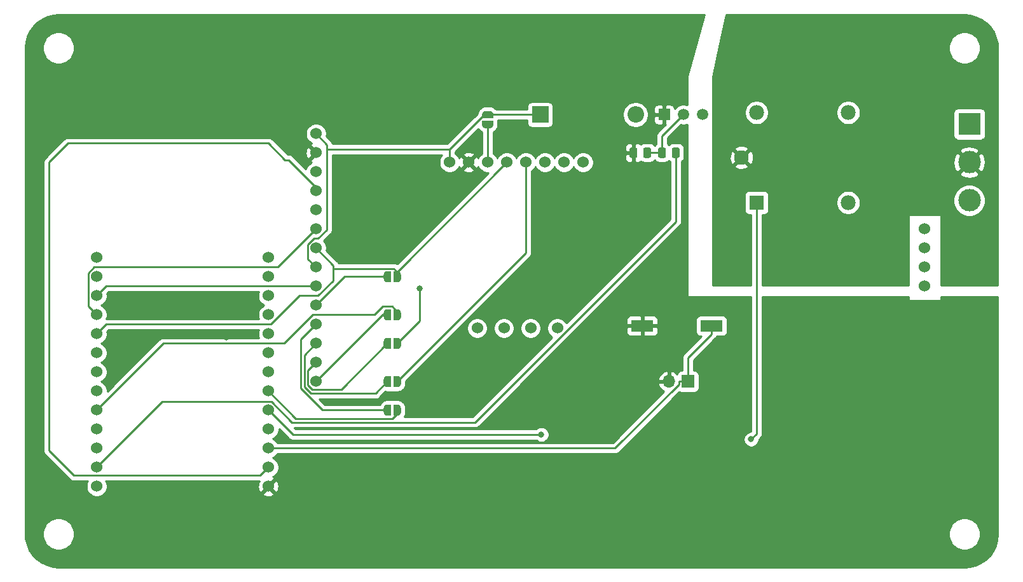
<source format=gbr>
%TF.GenerationSoftware,KiCad,Pcbnew,(5.1.12)-1*%
%TF.CreationDate,2021-12-29T18:15:48+01:00*%
%TF.ProjectId,esp32pcbheater,65737033-3270-4636-9268-65617465722e,rev?*%
%TF.SameCoordinates,Original*%
%TF.FileFunction,Copper,L2,Bot*%
%TF.FilePolarity,Positive*%
%FSLAX46Y46*%
G04 Gerber Fmt 4.6, Leading zero omitted, Abs format (unit mm)*
G04 Created by KiCad (PCBNEW (5.1.12)-1) date 2021-12-29 18:15:48*
%MOMM*%
%LPD*%
G01*
G04 APERTURE LIST*
%TA.AperFunction,SMDPad,CuDef*%
%ADD10R,3.000000X1.524000*%
%TD*%
%TA.AperFunction,ComponentPad*%
%ADD11R,2.200000X2.200000*%
%TD*%
%TA.AperFunction,ComponentPad*%
%ADD12O,2.200000X2.200000*%
%TD*%
%TA.AperFunction,SMDPad,CuDef*%
%ADD13C,0.100000*%
%TD*%
%TA.AperFunction,ComponentPad*%
%ADD14R,1.700000X1.700000*%
%TD*%
%TA.AperFunction,ComponentPad*%
%ADD15O,1.700000X1.700000*%
%TD*%
%TA.AperFunction,ComponentPad*%
%ADD16R,3.000000X3.000000*%
%TD*%
%TA.AperFunction,ComponentPad*%
%ADD17C,3.000000*%
%TD*%
%TA.AperFunction,ComponentPad*%
%ADD18R,1.980000X1.980000*%
%TD*%
%TA.AperFunction,ComponentPad*%
%ADD19C,1.935000*%
%TD*%
%TA.AperFunction,ComponentPad*%
%ADD20C,1.980000*%
%TD*%
%TA.AperFunction,ComponentPad*%
%ADD21C,1.500000*%
%TD*%
%TA.AperFunction,ComponentPad*%
%ADD22R,1.500000X1.500000*%
%TD*%
%TA.AperFunction,ComponentPad*%
%ADD23C,1.524000*%
%TD*%
%TA.AperFunction,ViaPad*%
%ADD24C,0.800000*%
%TD*%
%TA.AperFunction,Conductor*%
%ADD25C,0.250000*%
%TD*%
%TA.AperFunction,Conductor*%
%ADD26C,0.254000*%
%TD*%
%TA.AperFunction,Conductor*%
%ADD27C,0.100000*%
%TD*%
G04 APERTURE END LIST*
D10*
%TO.P,BZ1,2*%
%TO.N,GND*%
X110744000Y-82753200D03*
%TO.P,BZ1,1*%
%TO.N,/BUZZ*%
X119989600Y-82753200D03*
%TD*%
D11*
%TO.P,D1,1*%
%TO.N,+3V3*%
X97155000Y-54610000D03*
D12*
%TO.P,D1,2*%
%TO.N,Net-(D1-Pad2)*%
X109855000Y-54610000D03*
%TD*%
%TA.AperFunction,SMDPad,CuDef*%
D13*
%TO.P,J1,2*%
%TO.N,/TOUCH_CS*%
G36*
X78120000Y-93230602D02*
G01*
X78144534Y-93230602D01*
X78193365Y-93235412D01*
X78241490Y-93244984D01*
X78288445Y-93259228D01*
X78333778Y-93278005D01*
X78377051Y-93301136D01*
X78417850Y-93328396D01*
X78455779Y-93359524D01*
X78490476Y-93394221D01*
X78521604Y-93432150D01*
X78548864Y-93472949D01*
X78571995Y-93516222D01*
X78590772Y-93561555D01*
X78605016Y-93608510D01*
X78614588Y-93656635D01*
X78619398Y-93705466D01*
X78619398Y-93730000D01*
X78620000Y-93730000D01*
X78620000Y-94230000D01*
X78619398Y-94230000D01*
X78619398Y-94254534D01*
X78614588Y-94303365D01*
X78605016Y-94351490D01*
X78590772Y-94398445D01*
X78571995Y-94443778D01*
X78548864Y-94487051D01*
X78521604Y-94527850D01*
X78490476Y-94565779D01*
X78455779Y-94600476D01*
X78417850Y-94631604D01*
X78377051Y-94658864D01*
X78333778Y-94681995D01*
X78288445Y-94700772D01*
X78241490Y-94715016D01*
X78193365Y-94724588D01*
X78144534Y-94729398D01*
X78120000Y-94729398D01*
X78120000Y-94730000D01*
X77620000Y-94730000D01*
X77620000Y-93230000D01*
X78120000Y-93230000D01*
X78120000Y-93230602D01*
G37*
%TD.AperFunction*%
%TA.AperFunction,SMDPad,CuDef*%
%TO.P,J1,1*%
%TO.N,Net-(J1-Pad1)*%
G36*
X77320000Y-94730000D02*
G01*
X76820000Y-94730000D01*
X76820000Y-94729398D01*
X76795466Y-94729398D01*
X76746635Y-94724588D01*
X76698510Y-94715016D01*
X76651555Y-94700772D01*
X76606222Y-94681995D01*
X76562949Y-94658864D01*
X76522150Y-94631604D01*
X76484221Y-94600476D01*
X76449524Y-94565779D01*
X76418396Y-94527850D01*
X76391136Y-94487051D01*
X76368005Y-94443778D01*
X76349228Y-94398445D01*
X76334984Y-94351490D01*
X76325412Y-94303365D01*
X76320602Y-94254534D01*
X76320602Y-94230000D01*
X76320000Y-94230000D01*
X76320000Y-93730000D01*
X76320602Y-93730000D01*
X76320602Y-93705466D01*
X76325412Y-93656635D01*
X76334984Y-93608510D01*
X76349228Y-93561555D01*
X76368005Y-93516222D01*
X76391136Y-93472949D01*
X76418396Y-93432150D01*
X76449524Y-93394221D01*
X76484221Y-93359524D01*
X76522150Y-93328396D01*
X76562949Y-93301136D01*
X76606222Y-93278005D01*
X76651555Y-93259228D01*
X76698510Y-93244984D01*
X76746635Y-93235412D01*
X76795466Y-93230602D01*
X76820000Y-93230602D01*
X76820000Y-93230000D01*
X77320000Y-93230000D01*
X77320000Y-94730000D01*
G37*
%TD.AperFunction*%
%TD*%
D14*
%TO.P,J2,1*%
%TO.N,/BUZZ*%
X116840000Y-90170000D03*
D15*
%TO.P,J2,2*%
%TO.N,GND*%
X114300000Y-90170000D03*
%TD*%
%TA.AperFunction,SMDPad,CuDef*%
D13*
%TO.P,J3,1*%
%TO.N,Net-(J3-Pad1)*%
G36*
X77320000Y-90920000D02*
G01*
X76820000Y-90920000D01*
X76820000Y-90919398D01*
X76795466Y-90919398D01*
X76746635Y-90914588D01*
X76698510Y-90905016D01*
X76651555Y-90890772D01*
X76606222Y-90871995D01*
X76562949Y-90848864D01*
X76522150Y-90821604D01*
X76484221Y-90790476D01*
X76449524Y-90755779D01*
X76418396Y-90717850D01*
X76391136Y-90677051D01*
X76368005Y-90633778D01*
X76349228Y-90588445D01*
X76334984Y-90541490D01*
X76325412Y-90493365D01*
X76320602Y-90444534D01*
X76320602Y-90420000D01*
X76320000Y-90420000D01*
X76320000Y-89920000D01*
X76320602Y-89920000D01*
X76320602Y-89895466D01*
X76325412Y-89846635D01*
X76334984Y-89798510D01*
X76349228Y-89751555D01*
X76368005Y-89706222D01*
X76391136Y-89662949D01*
X76418396Y-89622150D01*
X76449524Y-89584221D01*
X76484221Y-89549524D01*
X76522150Y-89518396D01*
X76562949Y-89491136D01*
X76606222Y-89468005D01*
X76651555Y-89449228D01*
X76698510Y-89434984D01*
X76746635Y-89425412D01*
X76795466Y-89420602D01*
X76820000Y-89420602D01*
X76820000Y-89420000D01*
X77320000Y-89420000D01*
X77320000Y-90920000D01*
G37*
%TD.AperFunction*%
%TA.AperFunction,SMDPad,CuDef*%
%TO.P,J3,2*%
%TO.N,/MOSI*%
G36*
X78120000Y-89420602D02*
G01*
X78144534Y-89420602D01*
X78193365Y-89425412D01*
X78241490Y-89434984D01*
X78288445Y-89449228D01*
X78333778Y-89468005D01*
X78377051Y-89491136D01*
X78417850Y-89518396D01*
X78455779Y-89549524D01*
X78490476Y-89584221D01*
X78521604Y-89622150D01*
X78548864Y-89662949D01*
X78571995Y-89706222D01*
X78590772Y-89751555D01*
X78605016Y-89798510D01*
X78614588Y-89846635D01*
X78619398Y-89895466D01*
X78619398Y-89920000D01*
X78620000Y-89920000D01*
X78620000Y-90420000D01*
X78619398Y-90420000D01*
X78619398Y-90444534D01*
X78614588Y-90493365D01*
X78605016Y-90541490D01*
X78590772Y-90588445D01*
X78571995Y-90633778D01*
X78548864Y-90677051D01*
X78521604Y-90717850D01*
X78490476Y-90755779D01*
X78455779Y-90790476D01*
X78417850Y-90821604D01*
X78377051Y-90848864D01*
X78333778Y-90871995D01*
X78288445Y-90890772D01*
X78241490Y-90905016D01*
X78193365Y-90914588D01*
X78144534Y-90919398D01*
X78120000Y-90919398D01*
X78120000Y-90920000D01*
X77620000Y-90920000D01*
X77620000Y-89420000D01*
X78120000Y-89420000D01*
X78120000Y-89420602D01*
G37*
%TD.AperFunction*%
%TD*%
%TA.AperFunction,SMDPad,CuDef*%
%TO.P,J4,2*%
%TO.N,/MISO*%
G36*
X78120000Y-84340602D02*
G01*
X78144534Y-84340602D01*
X78193365Y-84345412D01*
X78241490Y-84354984D01*
X78288445Y-84369228D01*
X78333778Y-84388005D01*
X78377051Y-84411136D01*
X78417850Y-84438396D01*
X78455779Y-84469524D01*
X78490476Y-84504221D01*
X78521604Y-84542150D01*
X78548864Y-84582949D01*
X78571995Y-84626222D01*
X78590772Y-84671555D01*
X78605016Y-84718510D01*
X78614588Y-84766635D01*
X78619398Y-84815466D01*
X78619398Y-84840000D01*
X78620000Y-84840000D01*
X78620000Y-85340000D01*
X78619398Y-85340000D01*
X78619398Y-85364534D01*
X78614588Y-85413365D01*
X78605016Y-85461490D01*
X78590772Y-85508445D01*
X78571995Y-85553778D01*
X78548864Y-85597051D01*
X78521604Y-85637850D01*
X78490476Y-85675779D01*
X78455779Y-85710476D01*
X78417850Y-85741604D01*
X78377051Y-85768864D01*
X78333778Y-85791995D01*
X78288445Y-85810772D01*
X78241490Y-85825016D01*
X78193365Y-85834588D01*
X78144534Y-85839398D01*
X78120000Y-85839398D01*
X78120000Y-85840000D01*
X77620000Y-85840000D01*
X77620000Y-84340000D01*
X78120000Y-84340000D01*
X78120000Y-84340602D01*
G37*
%TD.AperFunction*%
%TA.AperFunction,SMDPad,CuDef*%
%TO.P,J4,1*%
%TO.N,Net-(J4-Pad1)*%
G36*
X77320000Y-85840000D02*
G01*
X76820000Y-85840000D01*
X76820000Y-85839398D01*
X76795466Y-85839398D01*
X76746635Y-85834588D01*
X76698510Y-85825016D01*
X76651555Y-85810772D01*
X76606222Y-85791995D01*
X76562949Y-85768864D01*
X76522150Y-85741604D01*
X76484221Y-85710476D01*
X76449524Y-85675779D01*
X76418396Y-85637850D01*
X76391136Y-85597051D01*
X76368005Y-85553778D01*
X76349228Y-85508445D01*
X76334984Y-85461490D01*
X76325412Y-85413365D01*
X76320602Y-85364534D01*
X76320602Y-85340000D01*
X76320000Y-85340000D01*
X76320000Y-84840000D01*
X76320602Y-84840000D01*
X76320602Y-84815466D01*
X76325412Y-84766635D01*
X76334984Y-84718510D01*
X76349228Y-84671555D01*
X76368005Y-84626222D01*
X76391136Y-84582949D01*
X76418396Y-84542150D01*
X76449524Y-84504221D01*
X76484221Y-84469524D01*
X76522150Y-84438396D01*
X76562949Y-84411136D01*
X76606222Y-84388005D01*
X76651555Y-84369228D01*
X76698510Y-84354984D01*
X76746635Y-84345412D01*
X76795466Y-84340602D01*
X76820000Y-84340602D01*
X76820000Y-84340000D01*
X77320000Y-84340000D01*
X77320000Y-85840000D01*
G37*
%TD.AperFunction*%
%TD*%
%TA.AperFunction,SMDPad,CuDef*%
%TO.P,J5,1*%
%TO.N,Net-(J5-Pad1)*%
G36*
X77320000Y-82030000D02*
G01*
X76820000Y-82030000D01*
X76820000Y-82029398D01*
X76795466Y-82029398D01*
X76746635Y-82024588D01*
X76698510Y-82015016D01*
X76651555Y-82000772D01*
X76606222Y-81981995D01*
X76562949Y-81958864D01*
X76522150Y-81931604D01*
X76484221Y-81900476D01*
X76449524Y-81865779D01*
X76418396Y-81827850D01*
X76391136Y-81787051D01*
X76368005Y-81743778D01*
X76349228Y-81698445D01*
X76334984Y-81651490D01*
X76325412Y-81603365D01*
X76320602Y-81554534D01*
X76320602Y-81530000D01*
X76320000Y-81530000D01*
X76320000Y-81030000D01*
X76320602Y-81030000D01*
X76320602Y-81005466D01*
X76325412Y-80956635D01*
X76334984Y-80908510D01*
X76349228Y-80861555D01*
X76368005Y-80816222D01*
X76391136Y-80772949D01*
X76418396Y-80732150D01*
X76449524Y-80694221D01*
X76484221Y-80659524D01*
X76522150Y-80628396D01*
X76562949Y-80601136D01*
X76606222Y-80578005D01*
X76651555Y-80559228D01*
X76698510Y-80544984D01*
X76746635Y-80535412D01*
X76795466Y-80530602D01*
X76820000Y-80530602D01*
X76820000Y-80530000D01*
X77320000Y-80530000D01*
X77320000Y-82030000D01*
G37*
%TD.AperFunction*%
%TA.AperFunction,SMDPad,CuDef*%
%TO.P,J5,2*%
%TO.N,/TIRQ*%
G36*
X78120000Y-80530602D02*
G01*
X78144534Y-80530602D01*
X78193365Y-80535412D01*
X78241490Y-80544984D01*
X78288445Y-80559228D01*
X78333778Y-80578005D01*
X78377051Y-80601136D01*
X78417850Y-80628396D01*
X78455779Y-80659524D01*
X78490476Y-80694221D01*
X78521604Y-80732150D01*
X78548864Y-80772949D01*
X78571995Y-80816222D01*
X78590772Y-80861555D01*
X78605016Y-80908510D01*
X78614588Y-80956635D01*
X78619398Y-81005466D01*
X78619398Y-81030000D01*
X78620000Y-81030000D01*
X78620000Y-81530000D01*
X78619398Y-81530000D01*
X78619398Y-81554534D01*
X78614588Y-81603365D01*
X78605016Y-81651490D01*
X78590772Y-81698445D01*
X78571995Y-81743778D01*
X78548864Y-81787051D01*
X78521604Y-81827850D01*
X78490476Y-81865779D01*
X78455779Y-81900476D01*
X78417850Y-81931604D01*
X78377051Y-81958864D01*
X78333778Y-81981995D01*
X78288445Y-82000772D01*
X78241490Y-82015016D01*
X78193365Y-82024588D01*
X78144534Y-82029398D01*
X78120000Y-82029398D01*
X78120000Y-82030000D01*
X77620000Y-82030000D01*
X77620000Y-80530000D01*
X78120000Y-80530000D01*
X78120000Y-80530602D01*
G37*
%TD.AperFunction*%
%TD*%
%TA.AperFunction,SMDPad,CuDef*%
%TO.P,J6,1*%
%TO.N,Net-(J6-Pad1)*%
G36*
X77320000Y-76950000D02*
G01*
X76820000Y-76950000D01*
X76820000Y-76949398D01*
X76795466Y-76949398D01*
X76746635Y-76944588D01*
X76698510Y-76935016D01*
X76651555Y-76920772D01*
X76606222Y-76901995D01*
X76562949Y-76878864D01*
X76522150Y-76851604D01*
X76484221Y-76820476D01*
X76449524Y-76785779D01*
X76418396Y-76747850D01*
X76391136Y-76707051D01*
X76368005Y-76663778D01*
X76349228Y-76618445D01*
X76334984Y-76571490D01*
X76325412Y-76523365D01*
X76320602Y-76474534D01*
X76320602Y-76450000D01*
X76320000Y-76450000D01*
X76320000Y-75950000D01*
X76320602Y-75950000D01*
X76320602Y-75925466D01*
X76325412Y-75876635D01*
X76334984Y-75828510D01*
X76349228Y-75781555D01*
X76368005Y-75736222D01*
X76391136Y-75692949D01*
X76418396Y-75652150D01*
X76449524Y-75614221D01*
X76484221Y-75579524D01*
X76522150Y-75548396D01*
X76562949Y-75521136D01*
X76606222Y-75498005D01*
X76651555Y-75479228D01*
X76698510Y-75464984D01*
X76746635Y-75455412D01*
X76795466Y-75450602D01*
X76820000Y-75450602D01*
X76820000Y-75450000D01*
X77320000Y-75450000D01*
X77320000Y-76950000D01*
G37*
%TD.AperFunction*%
%TA.AperFunction,SMDPad,CuDef*%
%TO.P,J6,2*%
%TO.N,/SCK*%
G36*
X78120000Y-75450602D02*
G01*
X78144534Y-75450602D01*
X78193365Y-75455412D01*
X78241490Y-75464984D01*
X78288445Y-75479228D01*
X78333778Y-75498005D01*
X78377051Y-75521136D01*
X78417850Y-75548396D01*
X78455779Y-75579524D01*
X78490476Y-75614221D01*
X78521604Y-75652150D01*
X78548864Y-75692949D01*
X78571995Y-75736222D01*
X78590772Y-75781555D01*
X78605016Y-75828510D01*
X78614588Y-75876635D01*
X78619398Y-75925466D01*
X78619398Y-75950000D01*
X78620000Y-75950000D01*
X78620000Y-76450000D01*
X78619398Y-76450000D01*
X78619398Y-76474534D01*
X78614588Y-76523365D01*
X78605016Y-76571490D01*
X78590772Y-76618445D01*
X78571995Y-76663778D01*
X78548864Y-76707051D01*
X78521604Y-76747850D01*
X78490476Y-76785779D01*
X78455779Y-76820476D01*
X78417850Y-76851604D01*
X78377051Y-76878864D01*
X78333778Y-76901995D01*
X78288445Y-76920772D01*
X78241490Y-76935016D01*
X78193365Y-76944588D01*
X78144534Y-76949398D01*
X78120000Y-76949398D01*
X78120000Y-76950000D01*
X77620000Y-76950000D01*
X77620000Y-75450000D01*
X78120000Y-75450000D01*
X78120000Y-75450602D01*
G37*
%TD.AperFunction*%
%TD*%
D16*
%TO.P,J7,1*%
%TO.N,Net-(J7-Pad1)*%
X154305000Y-55880000D03*
D17*
%TO.P,J7,2*%
%TO.N,Net-(J7-Pad2)*%
X154305000Y-60960000D03*
%TO.P,J7,3*%
%TO.N,Net-(J7-Pad3)*%
X154305000Y-66040000D03*
%TD*%
%TA.AperFunction,SMDPad,CuDef*%
D13*
%TO.P,JP1,1*%
%TO.N,Net-(JP1-Pad1)*%
G36*
X90920000Y-55410000D02*
G01*
X90920000Y-55910000D01*
X90919398Y-55910000D01*
X90919398Y-55934534D01*
X90914588Y-55983365D01*
X90905016Y-56031490D01*
X90890772Y-56078445D01*
X90871995Y-56123778D01*
X90848864Y-56167051D01*
X90821604Y-56207850D01*
X90790476Y-56245779D01*
X90755779Y-56280476D01*
X90717850Y-56311604D01*
X90677051Y-56338864D01*
X90633778Y-56361995D01*
X90588445Y-56380772D01*
X90541490Y-56395016D01*
X90493365Y-56404588D01*
X90444534Y-56409398D01*
X90420000Y-56409398D01*
X90420000Y-56410000D01*
X89920000Y-56410000D01*
X89920000Y-56409398D01*
X89895466Y-56409398D01*
X89846635Y-56404588D01*
X89798510Y-56395016D01*
X89751555Y-56380772D01*
X89706222Y-56361995D01*
X89662949Y-56338864D01*
X89622150Y-56311604D01*
X89584221Y-56280476D01*
X89549524Y-56245779D01*
X89518396Y-56207850D01*
X89491136Y-56167051D01*
X89468005Y-56123778D01*
X89449228Y-56078445D01*
X89434984Y-56031490D01*
X89425412Y-55983365D01*
X89420602Y-55934534D01*
X89420602Y-55910000D01*
X89420000Y-55910000D01*
X89420000Y-55410000D01*
X90920000Y-55410000D01*
G37*
%TD.AperFunction*%
%TA.AperFunction,SMDPad,CuDef*%
%TO.P,JP1,2*%
%TO.N,+3V3*%
G36*
X89420602Y-54610000D02*
G01*
X89420602Y-54585466D01*
X89425412Y-54536635D01*
X89434984Y-54488510D01*
X89449228Y-54441555D01*
X89468005Y-54396222D01*
X89491136Y-54352949D01*
X89518396Y-54312150D01*
X89549524Y-54274221D01*
X89584221Y-54239524D01*
X89622150Y-54208396D01*
X89662949Y-54181136D01*
X89706222Y-54158005D01*
X89751555Y-54139228D01*
X89798510Y-54124984D01*
X89846635Y-54115412D01*
X89895466Y-54110602D01*
X89920000Y-54110602D01*
X89920000Y-54110000D01*
X90420000Y-54110000D01*
X90420000Y-54110602D01*
X90444534Y-54110602D01*
X90493365Y-54115412D01*
X90541490Y-54124984D01*
X90588445Y-54139228D01*
X90633778Y-54158005D01*
X90677051Y-54181136D01*
X90717850Y-54208396D01*
X90755779Y-54239524D01*
X90790476Y-54274221D01*
X90821604Y-54312150D01*
X90848864Y-54352949D01*
X90871995Y-54396222D01*
X90890772Y-54441555D01*
X90905016Y-54488510D01*
X90914588Y-54536635D01*
X90919398Y-54585466D01*
X90919398Y-54610000D01*
X90920000Y-54610000D01*
X90920000Y-55110000D01*
X89420000Y-55110000D01*
X89420000Y-54610000D01*
X89420602Y-54610000D01*
G37*
%TD.AperFunction*%
%TD*%
D18*
%TO.P,K1,1*%
%TO.N,+3V3*%
X125980000Y-66325000D03*
D19*
%TO.P,K1,5*%
%TO.N,Net-(J7-Pad2)*%
X123980000Y-60325000D03*
D20*
%TO.P,K1,4*%
%TO.N,Net-(D1-Pad2)*%
X125980000Y-54325000D03*
%TO.P,K1,3*%
%TO.N,Net-(J7-Pad1)*%
X138180000Y-54325000D03*
%TO.P,K1,2*%
%TO.N,Net-(J7-Pad3)*%
X138180000Y-66325000D03*
%TD*%
D21*
%TO.P,Q1,2*%
%TO.N,Net-(Q1-Pad2)*%
X116205000Y-54610000D03*
%TO.P,Q1,3*%
%TO.N,Net-(D1-Pad2)*%
X118745000Y-54610000D03*
D22*
%TO.P,Q1,1*%
%TO.N,GND*%
X113665000Y-54610000D03*
%TD*%
%TO.P,R8,1*%
%TO.N,Net-(Q1-Pad2)*%
%TA.AperFunction,SMDPad,CuDef*%
G36*
G01*
X112875000Y-60140001D02*
X112875000Y-59239999D01*
G75*
G02*
X113124999Y-58990000I249999J0D01*
G01*
X113650001Y-58990000D01*
G75*
G02*
X113900000Y-59239999I0J-249999D01*
G01*
X113900000Y-60140001D01*
G75*
G02*
X113650001Y-60390000I-249999J0D01*
G01*
X113124999Y-60390000D01*
G75*
G02*
X112875000Y-60140001I0J249999D01*
G01*
G37*
%TD.AperFunction*%
%TO.P,R8,2*%
%TO.N,/IO15*%
%TA.AperFunction,SMDPad,CuDef*%
G36*
G01*
X114700000Y-60140001D02*
X114700000Y-59239999D01*
G75*
G02*
X114949999Y-58990000I249999J0D01*
G01*
X115475001Y-58990000D01*
G75*
G02*
X115725000Y-59239999I0J-249999D01*
G01*
X115725000Y-60140001D01*
G75*
G02*
X115475001Y-60390000I-249999J0D01*
G01*
X114949999Y-60390000D01*
G75*
G02*
X114700000Y-60140001I0J249999D01*
G01*
G37*
%TD.AperFunction*%
%TD*%
%TO.P,R10,1*%
%TO.N,GND*%
%TA.AperFunction,SMDPad,CuDef*%
G36*
G01*
X109065000Y-60140001D02*
X109065000Y-59239999D01*
G75*
G02*
X109314999Y-58990000I249999J0D01*
G01*
X109840001Y-58990000D01*
G75*
G02*
X110090000Y-59239999I0J-249999D01*
G01*
X110090000Y-60140001D01*
G75*
G02*
X109840001Y-60390000I-249999J0D01*
G01*
X109314999Y-60390000D01*
G75*
G02*
X109065000Y-60140001I0J249999D01*
G01*
G37*
%TD.AperFunction*%
%TO.P,R10,2*%
%TO.N,Net-(Q1-Pad2)*%
%TA.AperFunction,SMDPad,CuDef*%
G36*
G01*
X110890000Y-60140001D02*
X110890000Y-59239999D01*
G75*
G02*
X111139999Y-58990000I249999J0D01*
G01*
X111665001Y-58990000D01*
G75*
G02*
X111915000Y-59239999I0J-249999D01*
G01*
X111915000Y-60140001D01*
G75*
G02*
X111665001Y-60390000I-249999J0D01*
G01*
X111139999Y-60390000D01*
G75*
G02*
X110890000Y-60140001I0J249999D01*
G01*
G37*
%TD.AperFunction*%
%TD*%
D23*
%TO.P,U1,1*%
%TO.N,+3V3*%
X67310000Y-57150000D03*
%TO.P,U1,2*%
%TO.N,GND*%
X67310000Y-59690000D03*
%TO.P,U1,3*%
%TO.N,/CS*%
X67310000Y-62230000D03*
%TO.P,U1,4*%
%TO.N,/RESETT*%
X67310000Y-64770000D03*
%TO.P,U1,5*%
%TO.N,/DCD*%
X67310000Y-67310000D03*
%TO.P,U1,6*%
%TO.N,/MOSI*%
X67310000Y-69850000D03*
%TO.P,U1,7*%
%TO.N,/SCK*%
X67310000Y-72390000D03*
%TO.P,U1,8*%
%TO.N,+3V3*%
X67310000Y-74930000D03*
%TO.P,U1,9*%
%TO.N,/MISO*%
X67310000Y-77470000D03*
%TO.P,U1,10*%
%TO.N,Net-(J6-Pad1)*%
X67310000Y-80010000D03*
%TO.P,U1,11*%
%TO.N,Net-(J1-Pad1)*%
X67310000Y-82550000D03*
%TO.P,U1,12*%
%TO.N,Net-(J3-Pad1)*%
X67310000Y-85090000D03*
%TO.P,U1,13*%
%TO.N,Net-(J4-Pad1)*%
X67310000Y-87630000D03*
%TO.P,U1,14*%
%TO.N,Net-(J5-Pad1)*%
X67310000Y-90170000D03*
%TO.P,U1,15*%
%TO.N,N/C*%
X148336000Y-69850000D03*
%TO.P,U1,16*%
X148336000Y-72390000D03*
%TO.P,U1,17*%
X148336000Y-74930000D03*
%TO.P,U1,18*%
X148336000Y-77470000D03*
%TD*%
%TO.P,U2,1*%
%TO.N,N/C*%
X60960000Y-73660000D03*
%TO.P,U2,2*%
X60960000Y-76200000D03*
%TO.P,U2,3*%
X60960000Y-78740000D03*
%TO.P,U2,4*%
%TO.N,/BUT1*%
X60960000Y-81280000D03*
%TO.P,U2,5*%
%TO.N,/BUT2*%
X60960000Y-83820000D03*
%TO.P,U2,6*%
%TO.N,/BUT3*%
X60960000Y-86360000D03*
%TO.P,U2,7*%
%TO.N,/BUT4*%
X60960000Y-88900000D03*
%TO.P,U2,8*%
%TO.N,/TOUCH_CS*%
X60960000Y-91440000D03*
%TO.P,U2,9*%
%TO.N,/LEFT*%
X60960000Y-93980000D03*
%TO.P,U2,10*%
%TO.N,/RIGHT*%
X60960000Y-96520000D03*
%TO.P,U2,11*%
%TO.N,/BUZZ*%
X60960000Y-99060000D03*
%TO.P,U2,12*%
%TO.N,/RESETT*%
X60960000Y-101600000D03*
%TO.P,U2,13*%
%TO.N,GND*%
X60960000Y-104140000D03*
%TO.P,U2,14*%
%TO.N,+3V3*%
X38100000Y-73660000D03*
%TO.P,U2,15*%
%TO.N,N/C*%
X38100000Y-76200000D03*
%TO.P,U2,16*%
%TO.N,/MISO*%
X38100000Y-78740000D03*
%TO.P,U2,17*%
%TO.N,/MOSI*%
X38100000Y-81280000D03*
%TO.P,U2,18*%
%TO.N,/SCK*%
X38100000Y-83820000D03*
%TO.P,U2,19*%
%TO.N,/CS*%
X38100000Y-86360000D03*
%TO.P,U2,20*%
%TO.N,N/C*%
X38100000Y-88900000D03*
%TO.P,U2,21*%
X38100000Y-91440000D03*
%TO.P,U2,22*%
%TO.N,/TIRQ*%
X38100000Y-93980000D03*
%TO.P,U2,23*%
%TO.N,N/C*%
X38100000Y-96520000D03*
%TO.P,U2,24*%
%TO.N,/CSTEMP*%
X38100000Y-99060000D03*
%TO.P,U2,25*%
%TO.N,/IO15*%
X38100000Y-101600000D03*
%TO.P,U2,26*%
%TO.N,/DCD*%
X38100000Y-104140000D03*
%TD*%
%TO.P,U3,1*%
%TO.N,+3V3*%
X85090000Y-60960000D03*
%TO.P,U3,2*%
%TO.N,GND*%
X87630000Y-60960000D03*
%TO.P,U3,3*%
%TO.N,Net-(JP1-Pad1)*%
X90170000Y-60960000D03*
%TO.P,U3,4*%
%TO.N,/SCK*%
X92710000Y-60960000D03*
%TO.P,U3,5*%
%TO.N,/MOSI*%
X95250000Y-60960000D03*
%TO.P,U3,6*%
%TO.N,/MISO*%
X97790000Y-60960000D03*
%TO.P,U3,7*%
%TO.N,/CSTEMP*%
X100330000Y-60960000D03*
%TO.P,U3,8*%
%TO.N,N/C*%
X102870000Y-60960000D03*
%TO.P,U3,~*%
X88773000Y-83058000D03*
X92329000Y-83058000D03*
X95885000Y-83058000D03*
X99441000Y-83058000D03*
%TD*%
D24*
%TO.N,GND*%
X133350000Y-106680000D03*
X129540000Y-104140000D03*
X107950000Y-107950000D03*
X114300000Y-107950000D03*
X79248000Y-71628000D03*
X55372000Y-84328000D03*
X42164000Y-86868000D03*
X46736000Y-79756000D03*
X41656000Y-79248000D03*
X86868000Y-104140000D03*
X86868000Y-106680000D03*
X92964000Y-110744000D03*
%TO.N,+3V3*%
X125245000Y-97875600D03*
%TO.N,/MISO*%
X81136500Y-77805600D03*
%TO.N,/LEFT*%
X97315000Y-97237800D03*
%TD*%
D25*
%TO.N,/BUZZ*%
X115664700Y-90170000D02*
X115664700Y-90537300D01*
X115664700Y-90537300D02*
X107142000Y-99060000D01*
X107142000Y-99060000D02*
X60960000Y-99060000D01*
X116840000Y-90170000D02*
X115664700Y-90170000D01*
X119989600Y-82753200D02*
X119989600Y-83840500D01*
X116840000Y-90170000D02*
X116840000Y-86990100D01*
X116840000Y-86990100D02*
X119989600Y-83840500D01*
%TO.N,+3V3*%
X125980000Y-66325000D02*
X125980000Y-97140600D01*
X125980000Y-97140600D02*
X125245000Y-97875600D01*
X68756700Y-59258100D02*
X68756700Y-69942700D01*
X68756700Y-69942700D02*
X67579400Y-71120000D01*
X67579400Y-71120000D02*
X67015300Y-71120000D01*
X67015300Y-71120000D02*
X66219200Y-71916100D01*
X66219200Y-71916100D02*
X66219200Y-73839200D01*
X66219200Y-73839200D02*
X67310000Y-74930000D01*
X67310000Y-57150000D02*
X68756700Y-58596700D01*
X68756700Y-58596700D02*
X68756700Y-59258100D01*
X85090000Y-59258100D02*
X68756700Y-59258100D01*
X85090000Y-59258100D02*
X89738100Y-54610000D01*
X89738100Y-54610000D02*
X90170000Y-54610000D01*
X85090000Y-60960000D02*
X85090000Y-59258100D01*
X90170000Y-54610000D02*
X97155000Y-54610000D01*
%TO.N,/TOUCH_CS*%
X60960000Y-91440000D02*
X64627200Y-95107200D01*
X64627200Y-95107200D02*
X77443800Y-95107200D01*
X77443800Y-95107200D02*
X78120000Y-94431000D01*
X78120000Y-94431000D02*
X78120000Y-93980000D01*
%TO.N,Net-(J1-Pad1)*%
X67310000Y-82550000D02*
X65280200Y-84579800D01*
X65280200Y-84579800D02*
X65280200Y-91101800D01*
X65280200Y-91101800D02*
X68158400Y-93980000D01*
X68158400Y-93980000D02*
X76820000Y-93980000D01*
%TO.N,Net-(J3-Pad1)*%
X67310000Y-85090000D02*
X65770000Y-86630000D01*
X65770000Y-86630000D02*
X65770000Y-90864400D01*
X65770000Y-90864400D02*
X66662900Y-91757300D01*
X66662900Y-91757300D02*
X75232700Y-91757300D01*
X75232700Y-91757300D02*
X76820000Y-90170000D01*
%TO.N,/MOSI*%
X95250000Y-60960000D02*
X95250000Y-73040000D01*
X95250000Y-73040000D02*
X78120000Y-90170000D01*
X67310000Y-69850000D02*
X62230000Y-74930000D01*
X62230000Y-74930000D02*
X37768700Y-74930000D01*
X37768700Y-74930000D02*
X36997800Y-75700900D01*
X36997800Y-75700900D02*
X36997800Y-80177800D01*
X36997800Y-80177800D02*
X38100000Y-81280000D01*
%TO.N,/MISO*%
X67310000Y-77470000D02*
X39370000Y-77470000D01*
X39370000Y-77470000D02*
X38100000Y-78740000D01*
X81136500Y-77805600D02*
X81136500Y-82073500D01*
X81136500Y-82073500D02*
X78120000Y-85090000D01*
%TO.N,Net-(J4-Pad1)*%
X67310000Y-87630000D02*
X66220400Y-88719600D01*
X66220400Y-88719600D02*
X66220400Y-90656700D01*
X66220400Y-90656700D02*
X66821100Y-91257400D01*
X66821100Y-91257400D02*
X70652600Y-91257400D01*
X70652600Y-91257400D02*
X76820000Y-85090000D01*
%TO.N,Net-(J5-Pad1)*%
X67310000Y-90170000D02*
X76200000Y-81280000D01*
X76200000Y-81280000D02*
X76820000Y-81280000D01*
%TO.N,/TIRQ*%
X38100000Y-93980000D02*
X46990000Y-85090000D01*
X46990000Y-85090000D02*
X63045800Y-85090000D01*
X63045800Y-85090000D02*
X66855600Y-81280200D01*
X66855600Y-81280200D02*
X75114700Y-81280200D01*
X75114700Y-81280200D02*
X76221700Y-80173200D01*
X76221700Y-80173200D02*
X77428300Y-80173200D01*
X77428300Y-80173200D02*
X78120000Y-80864900D01*
X78120000Y-80864900D02*
X78120000Y-81280000D01*
%TO.N,Net-(J6-Pad1)*%
X67310000Y-80010000D02*
X71120000Y-76200000D01*
X71120000Y-76200000D02*
X76820000Y-76200000D01*
%TO.N,/SCK*%
X69600000Y-75108200D02*
X69600000Y-74680000D01*
X69600000Y-74680000D02*
X67310000Y-72390000D01*
X38100000Y-83820000D02*
X39370000Y-82550000D01*
X39370000Y-82550000D02*
X61298700Y-82550000D01*
X61298700Y-82550000D02*
X65108700Y-78740000D01*
X65108700Y-78740000D02*
X67593700Y-78740000D01*
X67593700Y-78740000D02*
X69600000Y-76733700D01*
X69600000Y-76733700D02*
X69600000Y-75108200D01*
X69600000Y-75108200D02*
X77678200Y-75108200D01*
X77678200Y-75108200D02*
X78120000Y-75550000D01*
X78120000Y-75550000D02*
X78120000Y-76200000D01*
X92710000Y-60960000D02*
X78120000Y-75550000D01*
%TO.N,Net-(JP1-Pad1)*%
X90170000Y-60960000D02*
X90170000Y-55910000D01*
%TO.N,Net-(Q1-Pad2)*%
X113387500Y-59690000D02*
X113387500Y-57427500D01*
X113387500Y-57427500D02*
X116205000Y-54610000D01*
X111402500Y-59690000D02*
X113387500Y-59690000D01*
%TO.N,/LEFT*%
X60960000Y-93980000D02*
X64217800Y-97237800D01*
X64217800Y-97237800D02*
X97315000Y-97237800D01*
%TO.N,/IO15*%
X38100000Y-101600000D02*
X46835700Y-92864300D01*
X46835700Y-92864300D02*
X61386600Y-92864300D01*
X61386600Y-92864300D02*
X64114500Y-95592200D01*
X64114500Y-95592200D02*
X88481600Y-95592200D01*
X88481600Y-95592200D02*
X115212500Y-68861300D01*
X115212500Y-68861300D02*
X115212500Y-59690000D01*
%TO.N,/RESETT*%
X60960000Y-101600000D02*
X59869000Y-102691000D01*
X59869000Y-102691000D02*
X37597300Y-102691000D01*
X31750000Y-60960000D02*
X31750000Y-99398762D01*
X35042238Y-102691000D02*
X37597300Y-102691000D01*
X34290000Y-58420000D02*
X31750000Y-60960000D01*
X63166600Y-60626600D02*
X60960000Y-58420000D01*
X60960000Y-58420000D02*
X34290000Y-58420000D01*
X63659600Y-60626600D02*
X63166600Y-60626600D01*
X67310000Y-64277000D02*
X63659600Y-60626600D01*
X31750000Y-99398762D02*
X35042238Y-102691000D01*
X67310000Y-64770000D02*
X67310000Y-64277000D01*
%TD*%
D26*
%TO.N,Net-(J7-Pad2)*%
X154452249Y-41372437D02*
X155209774Y-41579672D01*
X155918625Y-41917777D01*
X156556404Y-42376067D01*
X157102946Y-42940055D01*
X157540977Y-43591913D01*
X157856651Y-44311038D01*
X158041206Y-45079768D01*
X158090001Y-45744221D01*
X158090001Y-77343000D01*
X150495000Y-77343000D01*
X150495000Y-68072000D01*
X150492560Y-68047224D01*
X150485333Y-68023399D01*
X150473597Y-68001443D01*
X150457803Y-67982197D01*
X150438557Y-67966403D01*
X150416601Y-67954667D01*
X150392776Y-67947440D01*
X150368000Y-67945000D01*
X146304000Y-67945000D01*
X146279224Y-67947440D01*
X146255399Y-67954667D01*
X146233443Y-67966403D01*
X146214197Y-67982197D01*
X146198403Y-68001443D01*
X146186667Y-68023399D01*
X146179440Y-68047224D01*
X146177000Y-68072000D01*
X146177000Y-77343000D01*
X126740000Y-77343000D01*
X126740000Y-67953072D01*
X126970000Y-67953072D01*
X127094482Y-67940812D01*
X127214180Y-67904502D01*
X127324494Y-67845537D01*
X127421185Y-67766185D01*
X127500537Y-67669494D01*
X127559502Y-67559180D01*
X127595812Y-67439482D01*
X127608072Y-67315000D01*
X127608072Y-66164951D01*
X136555000Y-66164951D01*
X136555000Y-66485049D01*
X136617448Y-66798995D01*
X136739943Y-67094726D01*
X136917780Y-67360877D01*
X137144123Y-67587220D01*
X137410274Y-67765057D01*
X137706005Y-67887552D01*
X138019951Y-67950000D01*
X138340049Y-67950000D01*
X138653995Y-67887552D01*
X138949726Y-67765057D01*
X139215877Y-67587220D01*
X139442220Y-67360877D01*
X139620057Y-67094726D01*
X139742552Y-66798995D01*
X139805000Y-66485049D01*
X139805000Y-66164951D01*
X139742552Y-65851005D01*
X139733736Y-65829721D01*
X152170000Y-65829721D01*
X152170000Y-66250279D01*
X152252047Y-66662756D01*
X152412988Y-67051302D01*
X152646637Y-67400983D01*
X152944017Y-67698363D01*
X153293698Y-67932012D01*
X153682244Y-68092953D01*
X154094721Y-68175000D01*
X154515279Y-68175000D01*
X154927756Y-68092953D01*
X155316302Y-67932012D01*
X155665983Y-67698363D01*
X155963363Y-67400983D01*
X156197012Y-67051302D01*
X156357953Y-66662756D01*
X156440000Y-66250279D01*
X156440000Y-65829721D01*
X156357953Y-65417244D01*
X156197012Y-65028698D01*
X155963363Y-64679017D01*
X155665983Y-64381637D01*
X155316302Y-64147988D01*
X154927756Y-63987047D01*
X154515279Y-63905000D01*
X154094721Y-63905000D01*
X153682244Y-63987047D01*
X153293698Y-64147988D01*
X152944017Y-64381637D01*
X152646637Y-64679017D01*
X152412988Y-65028698D01*
X152252047Y-65417244D01*
X152170000Y-65829721D01*
X139733736Y-65829721D01*
X139620057Y-65555274D01*
X139442220Y-65289123D01*
X139215877Y-65062780D01*
X138949726Y-64884943D01*
X138653995Y-64762448D01*
X138340049Y-64700000D01*
X138019951Y-64700000D01*
X137706005Y-64762448D01*
X137410274Y-64884943D01*
X137144123Y-65062780D01*
X136917780Y-65289123D01*
X136739943Y-65555274D01*
X136617448Y-65851005D01*
X136555000Y-66164951D01*
X127608072Y-66164951D01*
X127608072Y-65335000D01*
X127595812Y-65210518D01*
X127559502Y-65090820D01*
X127500537Y-64980506D01*
X127421185Y-64883815D01*
X127324494Y-64804463D01*
X127214180Y-64745498D01*
X127094482Y-64709188D01*
X126970000Y-64696928D01*
X124990000Y-64696928D01*
X124865518Y-64709188D01*
X124745820Y-64745498D01*
X124635506Y-64804463D01*
X124538815Y-64883815D01*
X124459463Y-64980506D01*
X124400498Y-65090820D01*
X124364188Y-65210518D01*
X124351928Y-65335000D01*
X124351928Y-67315000D01*
X124364188Y-67439482D01*
X124400498Y-67559180D01*
X124459463Y-67669494D01*
X124538815Y-67766185D01*
X124635506Y-67845537D01*
X124745820Y-67904502D01*
X124865518Y-67940812D01*
X124990000Y-67953072D01*
X125220000Y-67953072D01*
X125220000Y-77343000D01*
X120142000Y-77343000D01*
X120142000Y-62451653D01*
X152992952Y-62451653D01*
X153148962Y-62767214D01*
X153523745Y-62958020D01*
X153928551Y-63072044D01*
X154347824Y-63104902D01*
X154765451Y-63055334D01*
X155165383Y-62925243D01*
X155461038Y-62767214D01*
X155617048Y-62451653D01*
X154305000Y-61139605D01*
X152992952Y-62451653D01*
X120142000Y-62451653D01*
X120142000Y-61437234D01*
X123047371Y-61437234D01*
X123139210Y-61698314D01*
X123423286Y-61835956D01*
X123728756Y-61915533D01*
X124043881Y-61933987D01*
X124356551Y-61890608D01*
X124654751Y-61787063D01*
X124820790Y-61698314D01*
X124912629Y-61437234D01*
X123980000Y-60504605D01*
X123047371Y-61437234D01*
X120142000Y-61437234D01*
X120142000Y-60388881D01*
X122371013Y-60388881D01*
X122414392Y-60701551D01*
X122517937Y-60999751D01*
X122606686Y-61165790D01*
X122867766Y-61257629D01*
X123800395Y-60325000D01*
X124159605Y-60325000D01*
X125092234Y-61257629D01*
X125353314Y-61165790D01*
X125432275Y-61002824D01*
X152160098Y-61002824D01*
X152209666Y-61420451D01*
X152339757Y-61820383D01*
X152497786Y-62116038D01*
X152813347Y-62272048D01*
X154125395Y-60960000D01*
X154484605Y-60960000D01*
X155796653Y-62272048D01*
X156112214Y-62116038D01*
X156303020Y-61741255D01*
X156417044Y-61336449D01*
X156449902Y-60917176D01*
X156400334Y-60499549D01*
X156270243Y-60099617D01*
X156112214Y-59803962D01*
X155796653Y-59647952D01*
X154484605Y-60960000D01*
X154125395Y-60960000D01*
X152813347Y-59647952D01*
X152497786Y-59803962D01*
X152306980Y-60178745D01*
X152192956Y-60583551D01*
X152160098Y-61002824D01*
X125432275Y-61002824D01*
X125490956Y-60881714D01*
X125570533Y-60576244D01*
X125588987Y-60261119D01*
X125545608Y-59948449D01*
X125442063Y-59650249D01*
X125353314Y-59484210D01*
X125308219Y-59468347D01*
X152992952Y-59468347D01*
X154305000Y-60780395D01*
X155617048Y-59468347D01*
X155461038Y-59152786D01*
X155086255Y-58961980D01*
X154681449Y-58847956D01*
X154262176Y-58815098D01*
X153844549Y-58864666D01*
X153444617Y-58994757D01*
X153148962Y-59152786D01*
X152992952Y-59468347D01*
X125308219Y-59468347D01*
X125092234Y-59392371D01*
X124159605Y-60325000D01*
X123800395Y-60325000D01*
X122867766Y-59392371D01*
X122606686Y-59484210D01*
X122469044Y-59768286D01*
X122389467Y-60073756D01*
X122371013Y-60388881D01*
X120142000Y-60388881D01*
X120142000Y-59212766D01*
X123047371Y-59212766D01*
X123980000Y-60145395D01*
X124912629Y-59212766D01*
X124820790Y-58951686D01*
X124536714Y-58814044D01*
X124231244Y-58734467D01*
X123916119Y-58716013D01*
X123603449Y-58759392D01*
X123305249Y-58862937D01*
X123139210Y-58951686D01*
X123047371Y-59212766D01*
X120142000Y-59212766D01*
X120142000Y-54164951D01*
X124355000Y-54164951D01*
X124355000Y-54485049D01*
X124417448Y-54798995D01*
X124539943Y-55094726D01*
X124717780Y-55360877D01*
X124944123Y-55587220D01*
X125210274Y-55765057D01*
X125506005Y-55887552D01*
X125819951Y-55950000D01*
X126140049Y-55950000D01*
X126453995Y-55887552D01*
X126749726Y-55765057D01*
X127015877Y-55587220D01*
X127242220Y-55360877D01*
X127420057Y-55094726D01*
X127542552Y-54798995D01*
X127605000Y-54485049D01*
X127605000Y-54164951D01*
X136555000Y-54164951D01*
X136555000Y-54485049D01*
X136617448Y-54798995D01*
X136739943Y-55094726D01*
X136917780Y-55360877D01*
X137144123Y-55587220D01*
X137410274Y-55765057D01*
X137706005Y-55887552D01*
X138019951Y-55950000D01*
X138340049Y-55950000D01*
X138653995Y-55887552D01*
X138949726Y-55765057D01*
X139215877Y-55587220D01*
X139442220Y-55360877D01*
X139620057Y-55094726D01*
X139742552Y-54798995D01*
X139805000Y-54485049D01*
X139805000Y-54380000D01*
X152166928Y-54380000D01*
X152166928Y-57380000D01*
X152179188Y-57504482D01*
X152215498Y-57624180D01*
X152274463Y-57734494D01*
X152353815Y-57831185D01*
X152450506Y-57910537D01*
X152560820Y-57969502D01*
X152680518Y-58005812D01*
X152805000Y-58018072D01*
X155805000Y-58018072D01*
X155929482Y-58005812D01*
X156049180Y-57969502D01*
X156159494Y-57910537D01*
X156256185Y-57831185D01*
X156335537Y-57734494D01*
X156394502Y-57624180D01*
X156430812Y-57504482D01*
X156443072Y-57380000D01*
X156443072Y-54380000D01*
X156430812Y-54255518D01*
X156394502Y-54135820D01*
X156335537Y-54025506D01*
X156256185Y-53928815D01*
X156159494Y-53849463D01*
X156049180Y-53790498D01*
X155929482Y-53754188D01*
X155805000Y-53741928D01*
X152805000Y-53741928D01*
X152680518Y-53754188D01*
X152560820Y-53790498D01*
X152450506Y-53849463D01*
X152353815Y-53928815D01*
X152274463Y-54025506D01*
X152215498Y-54135820D01*
X152179188Y-54255518D01*
X152166928Y-54380000D01*
X139805000Y-54380000D01*
X139805000Y-54164951D01*
X139742552Y-53851005D01*
X139620057Y-53555274D01*
X139442220Y-53289123D01*
X139215877Y-53062780D01*
X138949726Y-52884943D01*
X138653995Y-52762448D01*
X138340049Y-52700000D01*
X138019951Y-52700000D01*
X137706005Y-52762448D01*
X137410274Y-52884943D01*
X137144123Y-53062780D01*
X136917780Y-53289123D01*
X136739943Y-53555274D01*
X136617448Y-53851005D01*
X136555000Y-54164951D01*
X127605000Y-54164951D01*
X127542552Y-53851005D01*
X127420057Y-53555274D01*
X127242220Y-53289123D01*
X127015877Y-53062780D01*
X126749726Y-52884943D01*
X126453995Y-52762448D01*
X126140049Y-52700000D01*
X125819951Y-52700000D01*
X125506005Y-52762448D01*
X125210274Y-52884943D01*
X124944123Y-53062780D01*
X124717780Y-53289123D01*
X124539943Y-53555274D01*
X124417448Y-53851005D01*
X124355000Y-54164951D01*
X120142000Y-54164951D01*
X120142000Y-49543455D01*
X121006371Y-45509721D01*
X151535000Y-45509721D01*
X151535000Y-45930279D01*
X151617047Y-46342756D01*
X151777988Y-46731302D01*
X152011637Y-47080983D01*
X152309017Y-47378363D01*
X152658698Y-47612012D01*
X153047244Y-47772953D01*
X153459721Y-47855000D01*
X153880279Y-47855000D01*
X154292756Y-47772953D01*
X154681302Y-47612012D01*
X155030983Y-47378363D01*
X155328363Y-47080983D01*
X155562012Y-46731302D01*
X155722953Y-46342756D01*
X155805000Y-45930279D01*
X155805000Y-45509721D01*
X155722953Y-45097244D01*
X155562012Y-44708698D01*
X155328363Y-44359017D01*
X155030983Y-44061637D01*
X154681302Y-43827988D01*
X154292756Y-43667047D01*
X153880279Y-43585000D01*
X153459721Y-43585000D01*
X153047244Y-43667047D01*
X152658698Y-43827988D01*
X152309017Y-44061637D01*
X152011637Y-44359017D01*
X151777988Y-44708698D01*
X151617047Y-45097244D01*
X151535000Y-45509721D01*
X121006371Y-45509721D01*
X121908455Y-41300000D01*
X153640608Y-41300000D01*
X154452249Y-41372437D01*
%TA.AperFunction,Conductor*%
D27*
G36*
X154452249Y-41372437D02*
G01*
X155209774Y-41579672D01*
X155918625Y-41917777D01*
X156556404Y-42376067D01*
X157102946Y-42940055D01*
X157540977Y-43591913D01*
X157856651Y-44311038D01*
X158041206Y-45079768D01*
X158090001Y-45744221D01*
X158090001Y-77343000D01*
X150495000Y-77343000D01*
X150495000Y-68072000D01*
X150492560Y-68047224D01*
X150485333Y-68023399D01*
X150473597Y-68001443D01*
X150457803Y-67982197D01*
X150438557Y-67966403D01*
X150416601Y-67954667D01*
X150392776Y-67947440D01*
X150368000Y-67945000D01*
X146304000Y-67945000D01*
X146279224Y-67947440D01*
X146255399Y-67954667D01*
X146233443Y-67966403D01*
X146214197Y-67982197D01*
X146198403Y-68001443D01*
X146186667Y-68023399D01*
X146179440Y-68047224D01*
X146177000Y-68072000D01*
X146177000Y-77343000D01*
X126740000Y-77343000D01*
X126740000Y-67953072D01*
X126970000Y-67953072D01*
X127094482Y-67940812D01*
X127214180Y-67904502D01*
X127324494Y-67845537D01*
X127421185Y-67766185D01*
X127500537Y-67669494D01*
X127559502Y-67559180D01*
X127595812Y-67439482D01*
X127608072Y-67315000D01*
X127608072Y-66164951D01*
X136555000Y-66164951D01*
X136555000Y-66485049D01*
X136617448Y-66798995D01*
X136739943Y-67094726D01*
X136917780Y-67360877D01*
X137144123Y-67587220D01*
X137410274Y-67765057D01*
X137706005Y-67887552D01*
X138019951Y-67950000D01*
X138340049Y-67950000D01*
X138653995Y-67887552D01*
X138949726Y-67765057D01*
X139215877Y-67587220D01*
X139442220Y-67360877D01*
X139620057Y-67094726D01*
X139742552Y-66798995D01*
X139805000Y-66485049D01*
X139805000Y-66164951D01*
X139742552Y-65851005D01*
X139733736Y-65829721D01*
X152170000Y-65829721D01*
X152170000Y-66250279D01*
X152252047Y-66662756D01*
X152412988Y-67051302D01*
X152646637Y-67400983D01*
X152944017Y-67698363D01*
X153293698Y-67932012D01*
X153682244Y-68092953D01*
X154094721Y-68175000D01*
X154515279Y-68175000D01*
X154927756Y-68092953D01*
X155316302Y-67932012D01*
X155665983Y-67698363D01*
X155963363Y-67400983D01*
X156197012Y-67051302D01*
X156357953Y-66662756D01*
X156440000Y-66250279D01*
X156440000Y-65829721D01*
X156357953Y-65417244D01*
X156197012Y-65028698D01*
X155963363Y-64679017D01*
X155665983Y-64381637D01*
X155316302Y-64147988D01*
X154927756Y-63987047D01*
X154515279Y-63905000D01*
X154094721Y-63905000D01*
X153682244Y-63987047D01*
X153293698Y-64147988D01*
X152944017Y-64381637D01*
X152646637Y-64679017D01*
X152412988Y-65028698D01*
X152252047Y-65417244D01*
X152170000Y-65829721D01*
X139733736Y-65829721D01*
X139620057Y-65555274D01*
X139442220Y-65289123D01*
X139215877Y-65062780D01*
X138949726Y-64884943D01*
X138653995Y-64762448D01*
X138340049Y-64700000D01*
X138019951Y-64700000D01*
X137706005Y-64762448D01*
X137410274Y-64884943D01*
X137144123Y-65062780D01*
X136917780Y-65289123D01*
X136739943Y-65555274D01*
X136617448Y-65851005D01*
X136555000Y-66164951D01*
X127608072Y-66164951D01*
X127608072Y-65335000D01*
X127595812Y-65210518D01*
X127559502Y-65090820D01*
X127500537Y-64980506D01*
X127421185Y-64883815D01*
X127324494Y-64804463D01*
X127214180Y-64745498D01*
X127094482Y-64709188D01*
X126970000Y-64696928D01*
X124990000Y-64696928D01*
X124865518Y-64709188D01*
X124745820Y-64745498D01*
X124635506Y-64804463D01*
X124538815Y-64883815D01*
X124459463Y-64980506D01*
X124400498Y-65090820D01*
X124364188Y-65210518D01*
X124351928Y-65335000D01*
X124351928Y-67315000D01*
X124364188Y-67439482D01*
X124400498Y-67559180D01*
X124459463Y-67669494D01*
X124538815Y-67766185D01*
X124635506Y-67845537D01*
X124745820Y-67904502D01*
X124865518Y-67940812D01*
X124990000Y-67953072D01*
X125220000Y-67953072D01*
X125220000Y-77343000D01*
X120142000Y-77343000D01*
X120142000Y-62451653D01*
X152992952Y-62451653D01*
X153148962Y-62767214D01*
X153523745Y-62958020D01*
X153928551Y-63072044D01*
X154347824Y-63104902D01*
X154765451Y-63055334D01*
X155165383Y-62925243D01*
X155461038Y-62767214D01*
X155617048Y-62451653D01*
X154305000Y-61139605D01*
X152992952Y-62451653D01*
X120142000Y-62451653D01*
X120142000Y-61437234D01*
X123047371Y-61437234D01*
X123139210Y-61698314D01*
X123423286Y-61835956D01*
X123728756Y-61915533D01*
X124043881Y-61933987D01*
X124356551Y-61890608D01*
X124654751Y-61787063D01*
X124820790Y-61698314D01*
X124912629Y-61437234D01*
X123980000Y-60504605D01*
X123047371Y-61437234D01*
X120142000Y-61437234D01*
X120142000Y-60388881D01*
X122371013Y-60388881D01*
X122414392Y-60701551D01*
X122517937Y-60999751D01*
X122606686Y-61165790D01*
X122867766Y-61257629D01*
X123800395Y-60325000D01*
X124159605Y-60325000D01*
X125092234Y-61257629D01*
X125353314Y-61165790D01*
X125432275Y-61002824D01*
X152160098Y-61002824D01*
X152209666Y-61420451D01*
X152339757Y-61820383D01*
X152497786Y-62116038D01*
X152813347Y-62272048D01*
X154125395Y-60960000D01*
X154484605Y-60960000D01*
X155796653Y-62272048D01*
X156112214Y-62116038D01*
X156303020Y-61741255D01*
X156417044Y-61336449D01*
X156449902Y-60917176D01*
X156400334Y-60499549D01*
X156270243Y-60099617D01*
X156112214Y-59803962D01*
X155796653Y-59647952D01*
X154484605Y-60960000D01*
X154125395Y-60960000D01*
X152813347Y-59647952D01*
X152497786Y-59803962D01*
X152306980Y-60178745D01*
X152192956Y-60583551D01*
X152160098Y-61002824D01*
X125432275Y-61002824D01*
X125490956Y-60881714D01*
X125570533Y-60576244D01*
X125588987Y-60261119D01*
X125545608Y-59948449D01*
X125442063Y-59650249D01*
X125353314Y-59484210D01*
X125308219Y-59468347D01*
X152992952Y-59468347D01*
X154305000Y-60780395D01*
X155617048Y-59468347D01*
X155461038Y-59152786D01*
X155086255Y-58961980D01*
X154681449Y-58847956D01*
X154262176Y-58815098D01*
X153844549Y-58864666D01*
X153444617Y-58994757D01*
X153148962Y-59152786D01*
X152992952Y-59468347D01*
X125308219Y-59468347D01*
X125092234Y-59392371D01*
X124159605Y-60325000D01*
X123800395Y-60325000D01*
X122867766Y-59392371D01*
X122606686Y-59484210D01*
X122469044Y-59768286D01*
X122389467Y-60073756D01*
X122371013Y-60388881D01*
X120142000Y-60388881D01*
X120142000Y-59212766D01*
X123047371Y-59212766D01*
X123980000Y-60145395D01*
X124912629Y-59212766D01*
X124820790Y-58951686D01*
X124536714Y-58814044D01*
X124231244Y-58734467D01*
X123916119Y-58716013D01*
X123603449Y-58759392D01*
X123305249Y-58862937D01*
X123139210Y-58951686D01*
X123047371Y-59212766D01*
X120142000Y-59212766D01*
X120142000Y-54164951D01*
X124355000Y-54164951D01*
X124355000Y-54485049D01*
X124417448Y-54798995D01*
X124539943Y-55094726D01*
X124717780Y-55360877D01*
X124944123Y-55587220D01*
X125210274Y-55765057D01*
X125506005Y-55887552D01*
X125819951Y-55950000D01*
X126140049Y-55950000D01*
X126453995Y-55887552D01*
X126749726Y-55765057D01*
X127015877Y-55587220D01*
X127242220Y-55360877D01*
X127420057Y-55094726D01*
X127542552Y-54798995D01*
X127605000Y-54485049D01*
X127605000Y-54164951D01*
X136555000Y-54164951D01*
X136555000Y-54485049D01*
X136617448Y-54798995D01*
X136739943Y-55094726D01*
X136917780Y-55360877D01*
X137144123Y-55587220D01*
X137410274Y-55765057D01*
X137706005Y-55887552D01*
X138019951Y-55950000D01*
X138340049Y-55950000D01*
X138653995Y-55887552D01*
X138949726Y-55765057D01*
X139215877Y-55587220D01*
X139442220Y-55360877D01*
X139620057Y-55094726D01*
X139742552Y-54798995D01*
X139805000Y-54485049D01*
X139805000Y-54380000D01*
X152166928Y-54380000D01*
X152166928Y-57380000D01*
X152179188Y-57504482D01*
X152215498Y-57624180D01*
X152274463Y-57734494D01*
X152353815Y-57831185D01*
X152450506Y-57910537D01*
X152560820Y-57969502D01*
X152680518Y-58005812D01*
X152805000Y-58018072D01*
X155805000Y-58018072D01*
X155929482Y-58005812D01*
X156049180Y-57969502D01*
X156159494Y-57910537D01*
X156256185Y-57831185D01*
X156335537Y-57734494D01*
X156394502Y-57624180D01*
X156430812Y-57504482D01*
X156443072Y-57380000D01*
X156443072Y-54380000D01*
X156430812Y-54255518D01*
X156394502Y-54135820D01*
X156335537Y-54025506D01*
X156256185Y-53928815D01*
X156159494Y-53849463D01*
X156049180Y-53790498D01*
X155929482Y-53754188D01*
X155805000Y-53741928D01*
X152805000Y-53741928D01*
X152680518Y-53754188D01*
X152560820Y-53790498D01*
X152450506Y-53849463D01*
X152353815Y-53928815D01*
X152274463Y-54025506D01*
X152215498Y-54135820D01*
X152179188Y-54255518D01*
X152166928Y-54380000D01*
X139805000Y-54380000D01*
X139805000Y-54164951D01*
X139742552Y-53851005D01*
X139620057Y-53555274D01*
X139442220Y-53289123D01*
X139215877Y-53062780D01*
X138949726Y-52884943D01*
X138653995Y-52762448D01*
X138340049Y-52700000D01*
X138019951Y-52700000D01*
X137706005Y-52762448D01*
X137410274Y-52884943D01*
X137144123Y-53062780D01*
X136917780Y-53289123D01*
X136739943Y-53555274D01*
X136617448Y-53851005D01*
X136555000Y-54164951D01*
X127605000Y-54164951D01*
X127542552Y-53851005D01*
X127420057Y-53555274D01*
X127242220Y-53289123D01*
X127015877Y-53062780D01*
X126749726Y-52884943D01*
X126453995Y-52762448D01*
X126140049Y-52700000D01*
X125819951Y-52700000D01*
X125506005Y-52762448D01*
X125210274Y-52884943D01*
X124944123Y-53062780D01*
X124717780Y-53289123D01*
X124539943Y-53555274D01*
X124417448Y-53851005D01*
X124355000Y-54164951D01*
X120142000Y-54164951D01*
X120142000Y-49543455D01*
X121006371Y-45509721D01*
X151535000Y-45509721D01*
X151535000Y-45930279D01*
X151617047Y-46342756D01*
X151777988Y-46731302D01*
X152011637Y-47080983D01*
X152309017Y-47378363D01*
X152658698Y-47612012D01*
X153047244Y-47772953D01*
X153459721Y-47855000D01*
X153880279Y-47855000D01*
X154292756Y-47772953D01*
X154681302Y-47612012D01*
X155030983Y-47378363D01*
X155328363Y-47080983D01*
X155562012Y-46731302D01*
X155722953Y-46342756D01*
X155805000Y-45930279D01*
X155805000Y-45509721D01*
X155722953Y-45097244D01*
X155562012Y-44708698D01*
X155328363Y-44359017D01*
X155030983Y-44061637D01*
X154681302Y-43827988D01*
X154292756Y-43667047D01*
X153880279Y-43585000D01*
X153459721Y-43585000D01*
X153047244Y-43667047D01*
X152658698Y-43827988D01*
X152309017Y-44061637D01*
X152011637Y-44359017D01*
X151777988Y-44708698D01*
X151617047Y-45097244D01*
X151535000Y-45509721D01*
X121006371Y-45509721D01*
X121908455Y-41300000D01*
X153640608Y-41300000D01*
X154452249Y-41372437D01*
G37*
%TD.AperFunction*%
%TD*%
D26*
%TO.N,GND*%
X116717886Y-49495110D02*
X116713000Y-49530000D01*
X116713000Y-53321308D01*
X116608989Y-53278225D01*
X116341411Y-53225000D01*
X116068589Y-53225000D01*
X115801011Y-53278225D01*
X115548957Y-53382629D01*
X115322114Y-53534201D01*
X115129201Y-53727114D01*
X115051445Y-53843483D01*
X115040812Y-53735518D01*
X115004502Y-53615820D01*
X114945537Y-53505506D01*
X114866185Y-53408815D01*
X114769494Y-53329463D01*
X114659180Y-53270498D01*
X114539482Y-53234188D01*
X114415000Y-53221928D01*
X113950750Y-53225000D01*
X113792000Y-53383750D01*
X113792000Y-54483000D01*
X113812000Y-54483000D01*
X113812000Y-54737000D01*
X113792000Y-54737000D01*
X113792000Y-55836250D01*
X113847974Y-55892224D01*
X112876498Y-56863701D01*
X112847500Y-56887499D01*
X112823702Y-56916497D01*
X112823701Y-56916498D01*
X112752526Y-57003224D01*
X112681954Y-57135254D01*
X112638498Y-57278515D01*
X112623824Y-57427500D01*
X112627501Y-57464832D01*
X112627501Y-58504970D01*
X112497038Y-58612038D01*
X112395000Y-58736371D01*
X112292962Y-58612038D01*
X112158387Y-58501595D01*
X112004851Y-58419528D01*
X111838255Y-58368992D01*
X111665001Y-58351928D01*
X111139999Y-58351928D01*
X110966745Y-58368992D01*
X110800149Y-58419528D01*
X110646613Y-58501595D01*
X110565363Y-58568276D01*
X110541185Y-58538815D01*
X110444494Y-58459463D01*
X110334180Y-58400498D01*
X110214482Y-58364188D01*
X110090000Y-58351928D01*
X109863250Y-58355000D01*
X109704500Y-58513750D01*
X109704500Y-59563000D01*
X109724500Y-59563000D01*
X109724500Y-59817000D01*
X109704500Y-59817000D01*
X109704500Y-60866250D01*
X109863250Y-61025000D01*
X110090000Y-61028072D01*
X110214482Y-61015812D01*
X110334180Y-60979502D01*
X110444494Y-60920537D01*
X110541185Y-60841185D01*
X110565363Y-60811724D01*
X110646613Y-60878405D01*
X110800149Y-60960472D01*
X110966745Y-61011008D01*
X111139999Y-61028072D01*
X111665001Y-61028072D01*
X111838255Y-61011008D01*
X112004851Y-60960472D01*
X112158387Y-60878405D01*
X112292962Y-60767962D01*
X112395000Y-60643629D01*
X112497038Y-60767962D01*
X112631613Y-60878405D01*
X112785149Y-60960472D01*
X112951745Y-61011008D01*
X113124999Y-61028072D01*
X113650001Y-61028072D01*
X113823255Y-61011008D01*
X113989851Y-60960472D01*
X114143387Y-60878405D01*
X114277962Y-60767962D01*
X114300000Y-60741109D01*
X114322038Y-60767962D01*
X114452501Y-60875030D01*
X114452500Y-68546498D01*
X100648452Y-82350547D01*
X100526120Y-82167465D01*
X100331535Y-81972880D01*
X100102727Y-81819995D01*
X99848490Y-81714686D01*
X99578592Y-81661000D01*
X99303408Y-81661000D01*
X99033510Y-81714686D01*
X98779273Y-81819995D01*
X98550465Y-81972880D01*
X98355880Y-82167465D01*
X98202995Y-82396273D01*
X98097686Y-82650510D01*
X98044000Y-82920408D01*
X98044000Y-83195592D01*
X98097686Y-83465490D01*
X98202995Y-83719727D01*
X98355880Y-83948535D01*
X98550465Y-84143120D01*
X98733547Y-84265452D01*
X88166799Y-94832200D01*
X79083474Y-94832200D01*
X79091498Y-94820192D01*
X79150464Y-94709875D01*
X79187973Y-94619319D01*
X79224282Y-94499623D01*
X79243404Y-94403490D01*
X79255664Y-94279009D01*
X79255664Y-94254450D01*
X79258072Y-94230000D01*
X79258072Y-93730000D01*
X79255664Y-93705550D01*
X79255664Y-93680991D01*
X79243404Y-93556510D01*
X79224282Y-93460377D01*
X79187973Y-93340681D01*
X79150464Y-93250125D01*
X79091498Y-93139808D01*
X79037042Y-93058309D01*
X78957690Y-92961618D01*
X78888382Y-92892310D01*
X78791691Y-92812958D01*
X78710192Y-92758502D01*
X78599875Y-92699536D01*
X78509319Y-92662027D01*
X78389623Y-92625718D01*
X78293490Y-92606596D01*
X78169009Y-92594336D01*
X78144450Y-92594336D01*
X78120000Y-92591928D01*
X77620000Y-92591928D01*
X77495518Y-92604188D01*
X77470000Y-92611929D01*
X77444482Y-92604188D01*
X77320000Y-92591928D01*
X76820000Y-92591928D01*
X76795550Y-92594336D01*
X76770991Y-92594336D01*
X76646510Y-92606596D01*
X76550377Y-92625718D01*
X76430681Y-92662027D01*
X76340125Y-92699536D01*
X76229808Y-92758502D01*
X76148309Y-92812958D01*
X76051618Y-92892310D01*
X75982310Y-92961618D01*
X75902958Y-93058309D01*
X75848502Y-93139808D01*
X75805638Y-93220000D01*
X68473203Y-93220000D01*
X67770502Y-92517300D01*
X75195378Y-92517300D01*
X75232700Y-92520976D01*
X75270022Y-92517300D01*
X75270033Y-92517300D01*
X75381686Y-92506303D01*
X75524947Y-92462846D01*
X75656976Y-92392274D01*
X75772701Y-92297301D01*
X75796504Y-92268297D01*
X76542814Y-91521988D01*
X76550377Y-91524282D01*
X76646510Y-91543404D01*
X76770991Y-91555664D01*
X76795550Y-91555664D01*
X76820000Y-91558072D01*
X77320000Y-91558072D01*
X77444482Y-91545812D01*
X77470000Y-91538071D01*
X77495518Y-91545812D01*
X77620000Y-91558072D01*
X78120000Y-91558072D01*
X78144450Y-91555664D01*
X78169009Y-91555664D01*
X78293490Y-91543404D01*
X78389623Y-91524282D01*
X78509319Y-91487973D01*
X78599875Y-91450464D01*
X78710192Y-91391498D01*
X78791691Y-91337042D01*
X78888382Y-91257690D01*
X78957690Y-91188382D01*
X79037042Y-91091691D01*
X79091498Y-91010192D01*
X79150464Y-90899875D01*
X79187973Y-90809319D01*
X79224282Y-90689623D01*
X79243404Y-90593490D01*
X79255664Y-90469009D01*
X79255664Y-90444450D01*
X79258072Y-90420000D01*
X79258072Y-90106729D01*
X86444393Y-82920408D01*
X87376000Y-82920408D01*
X87376000Y-83195592D01*
X87429686Y-83465490D01*
X87534995Y-83719727D01*
X87687880Y-83948535D01*
X87882465Y-84143120D01*
X88111273Y-84296005D01*
X88365510Y-84401314D01*
X88635408Y-84455000D01*
X88910592Y-84455000D01*
X89180490Y-84401314D01*
X89434727Y-84296005D01*
X89663535Y-84143120D01*
X89858120Y-83948535D01*
X90011005Y-83719727D01*
X90116314Y-83465490D01*
X90170000Y-83195592D01*
X90170000Y-82920408D01*
X90932000Y-82920408D01*
X90932000Y-83195592D01*
X90985686Y-83465490D01*
X91090995Y-83719727D01*
X91243880Y-83948535D01*
X91438465Y-84143120D01*
X91667273Y-84296005D01*
X91921510Y-84401314D01*
X92191408Y-84455000D01*
X92466592Y-84455000D01*
X92736490Y-84401314D01*
X92990727Y-84296005D01*
X93219535Y-84143120D01*
X93414120Y-83948535D01*
X93567005Y-83719727D01*
X93672314Y-83465490D01*
X93726000Y-83195592D01*
X93726000Y-82920408D01*
X94488000Y-82920408D01*
X94488000Y-83195592D01*
X94541686Y-83465490D01*
X94646995Y-83719727D01*
X94799880Y-83948535D01*
X94994465Y-84143120D01*
X95223273Y-84296005D01*
X95477510Y-84401314D01*
X95747408Y-84455000D01*
X96022592Y-84455000D01*
X96292490Y-84401314D01*
X96546727Y-84296005D01*
X96775535Y-84143120D01*
X96970120Y-83948535D01*
X97123005Y-83719727D01*
X97228314Y-83465490D01*
X97282000Y-83195592D01*
X97282000Y-82920408D01*
X97228314Y-82650510D01*
X97123005Y-82396273D01*
X96970120Y-82167465D01*
X96775535Y-81972880D01*
X96546727Y-81819995D01*
X96292490Y-81714686D01*
X96022592Y-81661000D01*
X95747408Y-81661000D01*
X95477510Y-81714686D01*
X95223273Y-81819995D01*
X94994465Y-81972880D01*
X94799880Y-82167465D01*
X94646995Y-82396273D01*
X94541686Y-82650510D01*
X94488000Y-82920408D01*
X93726000Y-82920408D01*
X93672314Y-82650510D01*
X93567005Y-82396273D01*
X93414120Y-82167465D01*
X93219535Y-81972880D01*
X92990727Y-81819995D01*
X92736490Y-81714686D01*
X92466592Y-81661000D01*
X92191408Y-81661000D01*
X91921510Y-81714686D01*
X91667273Y-81819995D01*
X91438465Y-81972880D01*
X91243880Y-82167465D01*
X91090995Y-82396273D01*
X90985686Y-82650510D01*
X90932000Y-82920408D01*
X90170000Y-82920408D01*
X90116314Y-82650510D01*
X90011005Y-82396273D01*
X89858120Y-82167465D01*
X89663535Y-81972880D01*
X89434727Y-81819995D01*
X89180490Y-81714686D01*
X88910592Y-81661000D01*
X88635408Y-81661000D01*
X88365510Y-81714686D01*
X88111273Y-81819995D01*
X87882465Y-81972880D01*
X87687880Y-82167465D01*
X87534995Y-82396273D01*
X87429686Y-82650510D01*
X87376000Y-82920408D01*
X86444393Y-82920408D01*
X95761003Y-73603799D01*
X95790001Y-73580001D01*
X95884974Y-73464276D01*
X95955546Y-73332247D01*
X95999003Y-73188986D01*
X96010000Y-73077333D01*
X96010000Y-73077324D01*
X96013676Y-73040001D01*
X96010000Y-73002678D01*
X96010000Y-62132341D01*
X96140535Y-62045120D01*
X96335120Y-61850535D01*
X96488005Y-61621727D01*
X96520000Y-61544485D01*
X96551995Y-61621727D01*
X96704880Y-61850535D01*
X96899465Y-62045120D01*
X97128273Y-62198005D01*
X97382510Y-62303314D01*
X97652408Y-62357000D01*
X97927592Y-62357000D01*
X98197490Y-62303314D01*
X98451727Y-62198005D01*
X98680535Y-62045120D01*
X98875120Y-61850535D01*
X99028005Y-61621727D01*
X99060000Y-61544485D01*
X99091995Y-61621727D01*
X99244880Y-61850535D01*
X99439465Y-62045120D01*
X99668273Y-62198005D01*
X99922510Y-62303314D01*
X100192408Y-62357000D01*
X100467592Y-62357000D01*
X100737490Y-62303314D01*
X100991727Y-62198005D01*
X101220535Y-62045120D01*
X101415120Y-61850535D01*
X101568005Y-61621727D01*
X101600000Y-61544485D01*
X101631995Y-61621727D01*
X101784880Y-61850535D01*
X101979465Y-62045120D01*
X102208273Y-62198005D01*
X102462510Y-62303314D01*
X102732408Y-62357000D01*
X103007592Y-62357000D01*
X103277490Y-62303314D01*
X103531727Y-62198005D01*
X103760535Y-62045120D01*
X103955120Y-61850535D01*
X104108005Y-61621727D01*
X104213314Y-61367490D01*
X104267000Y-61097592D01*
X104267000Y-60822408D01*
X104213314Y-60552510D01*
X104146000Y-60390000D01*
X108426928Y-60390000D01*
X108439188Y-60514482D01*
X108475498Y-60634180D01*
X108534463Y-60744494D01*
X108613815Y-60841185D01*
X108710506Y-60920537D01*
X108820820Y-60979502D01*
X108940518Y-61015812D01*
X109065000Y-61028072D01*
X109291750Y-61025000D01*
X109450500Y-60866250D01*
X109450500Y-59817000D01*
X108588750Y-59817000D01*
X108430000Y-59975750D01*
X108426928Y-60390000D01*
X104146000Y-60390000D01*
X104108005Y-60298273D01*
X103955120Y-60069465D01*
X103760535Y-59874880D01*
X103531727Y-59721995D01*
X103277490Y-59616686D01*
X103007592Y-59563000D01*
X102732408Y-59563000D01*
X102462510Y-59616686D01*
X102208273Y-59721995D01*
X101979465Y-59874880D01*
X101784880Y-60069465D01*
X101631995Y-60298273D01*
X101600000Y-60375515D01*
X101568005Y-60298273D01*
X101415120Y-60069465D01*
X101220535Y-59874880D01*
X100991727Y-59721995D01*
X100737490Y-59616686D01*
X100467592Y-59563000D01*
X100192408Y-59563000D01*
X99922510Y-59616686D01*
X99668273Y-59721995D01*
X99439465Y-59874880D01*
X99244880Y-60069465D01*
X99091995Y-60298273D01*
X99060000Y-60375515D01*
X99028005Y-60298273D01*
X98875120Y-60069465D01*
X98680535Y-59874880D01*
X98451727Y-59721995D01*
X98197490Y-59616686D01*
X97927592Y-59563000D01*
X97652408Y-59563000D01*
X97382510Y-59616686D01*
X97128273Y-59721995D01*
X96899465Y-59874880D01*
X96704880Y-60069465D01*
X96551995Y-60298273D01*
X96520000Y-60375515D01*
X96488005Y-60298273D01*
X96335120Y-60069465D01*
X96140535Y-59874880D01*
X95911727Y-59721995D01*
X95657490Y-59616686D01*
X95387592Y-59563000D01*
X95112408Y-59563000D01*
X94842510Y-59616686D01*
X94588273Y-59721995D01*
X94359465Y-59874880D01*
X94164880Y-60069465D01*
X94011995Y-60298273D01*
X93980000Y-60375515D01*
X93948005Y-60298273D01*
X93795120Y-60069465D01*
X93600535Y-59874880D01*
X93371727Y-59721995D01*
X93117490Y-59616686D01*
X92847592Y-59563000D01*
X92572408Y-59563000D01*
X92302510Y-59616686D01*
X92048273Y-59721995D01*
X91819465Y-59874880D01*
X91624880Y-60069465D01*
X91471995Y-60298273D01*
X91440000Y-60375515D01*
X91408005Y-60298273D01*
X91255120Y-60069465D01*
X91060535Y-59874880D01*
X90930000Y-59787659D01*
X90930000Y-58990000D01*
X108426928Y-58990000D01*
X108430000Y-59404250D01*
X108588750Y-59563000D01*
X109450500Y-59563000D01*
X109450500Y-58513750D01*
X109291750Y-58355000D01*
X109065000Y-58351928D01*
X108940518Y-58364188D01*
X108820820Y-58400498D01*
X108710506Y-58459463D01*
X108613815Y-58538815D01*
X108534463Y-58635506D01*
X108475498Y-58745820D01*
X108439188Y-58865518D01*
X108426928Y-58990000D01*
X90930000Y-58990000D01*
X90930000Y-56924362D01*
X91010192Y-56881498D01*
X91091691Y-56827042D01*
X91188382Y-56747690D01*
X91257690Y-56678382D01*
X91337042Y-56581691D01*
X91391498Y-56500192D01*
X91450464Y-56389875D01*
X91487973Y-56299319D01*
X91524282Y-56179623D01*
X91543404Y-56083490D01*
X91555664Y-55959009D01*
X91555664Y-55934450D01*
X91558072Y-55910000D01*
X91558072Y-55410000D01*
X91554132Y-55370000D01*
X95416928Y-55370000D01*
X95416928Y-55710000D01*
X95429188Y-55834482D01*
X95465498Y-55954180D01*
X95524463Y-56064494D01*
X95603815Y-56161185D01*
X95700506Y-56240537D01*
X95810820Y-56299502D01*
X95930518Y-56335812D01*
X96055000Y-56348072D01*
X98255000Y-56348072D01*
X98379482Y-56335812D01*
X98499180Y-56299502D01*
X98609494Y-56240537D01*
X98706185Y-56161185D01*
X98785537Y-56064494D01*
X98844502Y-55954180D01*
X98880812Y-55834482D01*
X98893072Y-55710000D01*
X98893072Y-54439117D01*
X108120000Y-54439117D01*
X108120000Y-54780883D01*
X108186675Y-55116081D01*
X108317463Y-55431831D01*
X108507337Y-55715998D01*
X108749002Y-55957663D01*
X109033169Y-56147537D01*
X109348919Y-56278325D01*
X109684117Y-56345000D01*
X110025883Y-56345000D01*
X110361081Y-56278325D01*
X110676831Y-56147537D01*
X110960998Y-55957663D01*
X111202663Y-55715998D01*
X111392537Y-55431831D01*
X111422290Y-55360000D01*
X112276928Y-55360000D01*
X112289188Y-55484482D01*
X112325498Y-55604180D01*
X112384463Y-55714494D01*
X112463815Y-55811185D01*
X112560506Y-55890537D01*
X112670820Y-55949502D01*
X112790518Y-55985812D01*
X112915000Y-55998072D01*
X113379250Y-55995000D01*
X113538000Y-55836250D01*
X113538000Y-54737000D01*
X112438750Y-54737000D01*
X112280000Y-54895750D01*
X112276928Y-55360000D01*
X111422290Y-55360000D01*
X111523325Y-55116081D01*
X111590000Y-54780883D01*
X111590000Y-54439117D01*
X111523325Y-54103919D01*
X111422291Y-53860000D01*
X112276928Y-53860000D01*
X112280000Y-54324250D01*
X112438750Y-54483000D01*
X113538000Y-54483000D01*
X113538000Y-53383750D01*
X113379250Y-53225000D01*
X112915000Y-53221928D01*
X112790518Y-53234188D01*
X112670820Y-53270498D01*
X112560506Y-53329463D01*
X112463815Y-53408815D01*
X112384463Y-53505506D01*
X112325498Y-53615820D01*
X112289188Y-53735518D01*
X112276928Y-53860000D01*
X111422291Y-53860000D01*
X111392537Y-53788169D01*
X111202663Y-53504002D01*
X110960998Y-53262337D01*
X110676831Y-53072463D01*
X110361081Y-52941675D01*
X110025883Y-52875000D01*
X109684117Y-52875000D01*
X109348919Y-52941675D01*
X109033169Y-53072463D01*
X108749002Y-53262337D01*
X108507337Y-53504002D01*
X108317463Y-53788169D01*
X108186675Y-54103919D01*
X108120000Y-54439117D01*
X98893072Y-54439117D01*
X98893072Y-53510000D01*
X98880812Y-53385518D01*
X98844502Y-53265820D01*
X98785537Y-53155506D01*
X98706185Y-53058815D01*
X98609494Y-52979463D01*
X98499180Y-52920498D01*
X98379482Y-52884188D01*
X98255000Y-52871928D01*
X96055000Y-52871928D01*
X95930518Y-52884188D01*
X95810820Y-52920498D01*
X95700506Y-52979463D01*
X95603815Y-53058815D01*
X95524463Y-53155506D01*
X95465498Y-53265820D01*
X95429188Y-53385518D01*
X95416928Y-53510000D01*
X95416928Y-53850000D01*
X91264569Y-53850000D01*
X91257690Y-53841618D01*
X91188382Y-53772310D01*
X91091691Y-53692958D01*
X91010192Y-53638502D01*
X90899875Y-53579536D01*
X90809319Y-53542027D01*
X90689623Y-53505718D01*
X90593490Y-53486596D01*
X90469009Y-53474336D01*
X90444450Y-53474336D01*
X90420000Y-53471928D01*
X89920000Y-53471928D01*
X89895550Y-53474336D01*
X89870991Y-53474336D01*
X89746510Y-53486596D01*
X89650377Y-53505718D01*
X89530681Y-53542027D01*
X89440125Y-53579536D01*
X89329808Y-53638502D01*
X89248309Y-53692958D01*
X89151618Y-53772310D01*
X89082310Y-53841618D01*
X89002958Y-53938309D01*
X88948502Y-54019808D01*
X88889536Y-54130125D01*
X88852027Y-54220681D01*
X88815718Y-54340377D01*
X88796596Y-54436510D01*
X88792205Y-54481093D01*
X84775199Y-58498100D01*
X69510666Y-58498100D01*
X69505703Y-58447714D01*
X69462246Y-58304453D01*
X69391674Y-58172424D01*
X69296701Y-58056699D01*
X69267704Y-58032902D01*
X68676372Y-57441570D01*
X68707000Y-57287592D01*
X68707000Y-57012408D01*
X68653314Y-56742510D01*
X68548005Y-56488273D01*
X68395120Y-56259465D01*
X68200535Y-56064880D01*
X67971727Y-55911995D01*
X67717490Y-55806686D01*
X67447592Y-55753000D01*
X67172408Y-55753000D01*
X66902510Y-55806686D01*
X66648273Y-55911995D01*
X66419465Y-56064880D01*
X66224880Y-56259465D01*
X66071995Y-56488273D01*
X65966686Y-56742510D01*
X65913000Y-57012408D01*
X65913000Y-57287592D01*
X65966686Y-57557490D01*
X66071995Y-57811727D01*
X66224880Y-58040535D01*
X66419465Y-58235120D01*
X66648273Y-58388005D01*
X66719943Y-58417692D01*
X66706977Y-58422364D01*
X66591020Y-58484344D01*
X66524040Y-58724435D01*
X67310000Y-59510395D01*
X67324143Y-59496253D01*
X67503748Y-59675858D01*
X67489605Y-59690000D01*
X67503748Y-59704143D01*
X67324143Y-59883748D01*
X67310000Y-59869605D01*
X66524040Y-60655565D01*
X66591020Y-60895656D01*
X66726760Y-60959485D01*
X66648273Y-60991995D01*
X66419465Y-61144880D01*
X66224880Y-61339465D01*
X66071995Y-61568273D01*
X65966686Y-61822510D01*
X65960651Y-61852850D01*
X64223404Y-60115603D01*
X64199601Y-60086599D01*
X64083876Y-59991626D01*
X63951847Y-59921054D01*
X63808586Y-59877597D01*
X63696933Y-59866600D01*
X63696922Y-59866600D01*
X63659600Y-59862924D01*
X63622278Y-59866600D01*
X63481402Y-59866600D01*
X63376819Y-59762017D01*
X65908090Y-59762017D01*
X65949078Y-60034133D01*
X66042364Y-60293023D01*
X66104344Y-60408980D01*
X66344435Y-60475960D01*
X67130395Y-59690000D01*
X66344435Y-58904040D01*
X66104344Y-58971020D01*
X65987244Y-59220048D01*
X65920977Y-59487135D01*
X65908090Y-59762017D01*
X63376819Y-59762017D01*
X61523804Y-57909003D01*
X61500001Y-57879999D01*
X61384276Y-57785026D01*
X61252247Y-57714454D01*
X61108986Y-57670997D01*
X60997333Y-57660000D01*
X60997322Y-57660000D01*
X60960000Y-57656324D01*
X60922678Y-57660000D01*
X34327322Y-57660000D01*
X34289999Y-57656324D01*
X34252676Y-57660000D01*
X34252667Y-57660000D01*
X34141014Y-57670997D01*
X33997753Y-57714454D01*
X33865724Y-57785026D01*
X33865722Y-57785027D01*
X33865723Y-57785027D01*
X33778996Y-57856201D01*
X33778992Y-57856205D01*
X33749999Y-57879999D01*
X33726205Y-57908992D01*
X31239003Y-60396196D01*
X31209999Y-60419999D01*
X31162716Y-60477614D01*
X31115026Y-60535724D01*
X31062824Y-60633387D01*
X31044454Y-60667754D01*
X31000997Y-60811015D01*
X30990000Y-60922668D01*
X30990000Y-60922678D01*
X30986324Y-60960000D01*
X30990000Y-60997322D01*
X30990001Y-99361429D01*
X30986324Y-99398762D01*
X30990001Y-99436095D01*
X30994747Y-99484276D01*
X31000998Y-99547747D01*
X31044454Y-99691008D01*
X31115026Y-99823038D01*
X31186201Y-99909764D01*
X31210000Y-99938763D01*
X31238998Y-99962561D01*
X34478439Y-103202003D01*
X34502237Y-103231001D01*
X34617962Y-103325974D01*
X34749991Y-103396546D01*
X34893252Y-103440003D01*
X35004905Y-103451000D01*
X35004913Y-103451000D01*
X35042238Y-103454676D01*
X35079563Y-103451000D01*
X36880218Y-103451000D01*
X36861995Y-103478273D01*
X36756686Y-103732510D01*
X36703000Y-104002408D01*
X36703000Y-104277592D01*
X36756686Y-104547490D01*
X36861995Y-104801727D01*
X37014880Y-105030535D01*
X37209465Y-105225120D01*
X37438273Y-105378005D01*
X37692510Y-105483314D01*
X37962408Y-105537000D01*
X38237592Y-105537000D01*
X38507490Y-105483314D01*
X38761727Y-105378005D01*
X38990535Y-105225120D01*
X39110090Y-105105565D01*
X60174040Y-105105565D01*
X60241020Y-105345656D01*
X60490048Y-105462756D01*
X60757135Y-105529023D01*
X61032017Y-105541910D01*
X61304133Y-105500922D01*
X61563023Y-105407636D01*
X61678980Y-105345656D01*
X61745960Y-105105565D01*
X60960000Y-104319605D01*
X60174040Y-105105565D01*
X39110090Y-105105565D01*
X39185120Y-105030535D01*
X39338005Y-104801727D01*
X39443314Y-104547490D01*
X39497000Y-104277592D01*
X39497000Y-104002408D01*
X39443314Y-103732510D01*
X39338005Y-103478273D01*
X39319782Y-103451000D01*
X59740247Y-103451000D01*
X59637244Y-103670048D01*
X59570977Y-103937135D01*
X59558090Y-104212017D01*
X59599078Y-104484133D01*
X59692364Y-104743023D01*
X59754344Y-104858980D01*
X59994435Y-104925960D01*
X60780395Y-104140000D01*
X61139605Y-104140000D01*
X61925565Y-104925960D01*
X62165656Y-104858980D01*
X62282756Y-104609952D01*
X62349023Y-104342865D01*
X62361910Y-104067983D01*
X62320922Y-103795867D01*
X62227636Y-103536977D01*
X62165656Y-103421020D01*
X61925565Y-103354040D01*
X61139605Y-104140000D01*
X60780395Y-104140000D01*
X60766253Y-104125858D01*
X60945858Y-103946253D01*
X60960000Y-103960395D01*
X61745960Y-103174435D01*
X61678980Y-102934344D01*
X61543240Y-102870515D01*
X61621727Y-102838005D01*
X61850535Y-102685120D01*
X62045120Y-102490535D01*
X62198005Y-102261727D01*
X62303314Y-102007490D01*
X62357000Y-101737592D01*
X62357000Y-101462408D01*
X62303314Y-101192510D01*
X62198005Y-100938273D01*
X62045120Y-100709465D01*
X61850535Y-100514880D01*
X61621727Y-100361995D01*
X61544485Y-100330000D01*
X61621727Y-100298005D01*
X61850535Y-100145120D01*
X62045120Y-99950535D01*
X62132341Y-99820000D01*
X107104678Y-99820000D01*
X107142000Y-99823676D01*
X107179322Y-99820000D01*
X107179333Y-99820000D01*
X107290986Y-99809003D01*
X107434247Y-99765546D01*
X107566276Y-99694974D01*
X107682001Y-99600001D01*
X107705804Y-99570997D01*
X115694651Y-91582151D01*
X115745820Y-91609502D01*
X115865518Y-91645812D01*
X115990000Y-91658072D01*
X117690000Y-91658072D01*
X117814482Y-91645812D01*
X117934180Y-91609502D01*
X118044494Y-91550537D01*
X118141185Y-91471185D01*
X118220537Y-91374494D01*
X118279502Y-91264180D01*
X118315812Y-91144482D01*
X118328072Y-91020000D01*
X118328072Y-89320000D01*
X118315812Y-89195518D01*
X118279502Y-89075820D01*
X118220537Y-88965506D01*
X118141185Y-88868815D01*
X118044494Y-88789463D01*
X117934180Y-88730498D01*
X117814482Y-88694188D01*
X117690000Y-88681928D01*
X117600000Y-88681928D01*
X117600000Y-87304901D01*
X120500603Y-84404299D01*
X120529601Y-84380501D01*
X120574064Y-84326323D01*
X120624574Y-84264777D01*
X120684175Y-84153272D01*
X121489600Y-84153272D01*
X121614082Y-84141012D01*
X121733780Y-84104702D01*
X121844094Y-84045737D01*
X121940785Y-83966385D01*
X122020137Y-83869694D01*
X122079102Y-83759380D01*
X122115412Y-83639682D01*
X122127672Y-83515200D01*
X122127672Y-81991200D01*
X122115412Y-81866718D01*
X122079102Y-81747020D01*
X122020137Y-81636706D01*
X121940785Y-81540015D01*
X121844094Y-81460663D01*
X121733780Y-81401698D01*
X121614082Y-81365388D01*
X121489600Y-81353128D01*
X118489600Y-81353128D01*
X118365118Y-81365388D01*
X118245420Y-81401698D01*
X118135106Y-81460663D01*
X118038415Y-81540015D01*
X117959063Y-81636706D01*
X117900098Y-81747020D01*
X117863788Y-81866718D01*
X117851528Y-81991200D01*
X117851528Y-83515200D01*
X117863788Y-83639682D01*
X117900098Y-83759380D01*
X117959063Y-83869694D01*
X118038415Y-83966385D01*
X118135106Y-84045737D01*
X118245420Y-84104702D01*
X118365118Y-84141012D01*
X118489600Y-84153272D01*
X118602026Y-84153272D01*
X116328998Y-86426301D01*
X116300000Y-86450099D01*
X116276202Y-86479097D01*
X116276201Y-86479098D01*
X116205026Y-86565824D01*
X116134454Y-86697854D01*
X116090998Y-86841115D01*
X116076324Y-86990100D01*
X116080001Y-87027432D01*
X116080000Y-88681928D01*
X115990000Y-88681928D01*
X115865518Y-88694188D01*
X115745820Y-88730498D01*
X115635506Y-88789463D01*
X115538815Y-88868815D01*
X115459463Y-88965506D01*
X115400498Y-89075820D01*
X115376034Y-89156466D01*
X115300269Y-89072412D01*
X115066920Y-88898359D01*
X114804099Y-88773175D01*
X114656890Y-88728524D01*
X114427000Y-88849845D01*
X114427000Y-90043000D01*
X114447000Y-90043000D01*
X114447000Y-90297000D01*
X114427000Y-90297000D01*
X114427000Y-90317000D01*
X114173000Y-90317000D01*
X114173000Y-90297000D01*
X112979186Y-90297000D01*
X112858519Y-90526891D01*
X112955843Y-90801252D01*
X113104822Y-91051355D01*
X113299731Y-91267588D01*
X113533080Y-91441641D01*
X113636363Y-91490835D01*
X106827199Y-98300000D01*
X62132341Y-98300000D01*
X62045120Y-98169465D01*
X61850535Y-97974880D01*
X61621727Y-97821995D01*
X61544485Y-97790000D01*
X61621727Y-97758005D01*
X61850535Y-97605120D01*
X62045120Y-97410535D01*
X62198005Y-97181727D01*
X62303314Y-96927490D01*
X62357000Y-96657592D01*
X62357000Y-96451802D01*
X63654001Y-97748803D01*
X63677799Y-97777801D01*
X63706797Y-97801599D01*
X63793523Y-97872774D01*
X63925553Y-97943346D01*
X64068814Y-97986803D01*
X64180467Y-97997800D01*
X64180477Y-97997800D01*
X64217800Y-98001476D01*
X64255123Y-97997800D01*
X96611289Y-97997800D01*
X96655226Y-98041737D01*
X96824744Y-98155005D01*
X97013102Y-98233026D01*
X97213061Y-98272800D01*
X97416939Y-98272800D01*
X97616898Y-98233026D01*
X97805256Y-98155005D01*
X97974774Y-98041737D01*
X98118937Y-97897574D01*
X98232205Y-97728056D01*
X98310226Y-97539698D01*
X98350000Y-97339739D01*
X98350000Y-97135861D01*
X98310226Y-96935902D01*
X98232205Y-96747544D01*
X98118937Y-96578026D01*
X97974774Y-96433863D01*
X97805256Y-96320595D01*
X97616898Y-96242574D01*
X97416939Y-96202800D01*
X97213061Y-96202800D01*
X97013102Y-96242574D01*
X96824744Y-96320595D01*
X96655226Y-96433863D01*
X96611289Y-96477800D01*
X64532602Y-96477800D01*
X64407002Y-96352200D01*
X88444278Y-96352200D01*
X88481600Y-96355876D01*
X88518922Y-96352200D01*
X88518933Y-96352200D01*
X88630586Y-96341203D01*
X88773847Y-96297746D01*
X88905876Y-96227174D01*
X89021601Y-96132201D01*
X89045404Y-96103197D01*
X95335492Y-89813109D01*
X112858519Y-89813109D01*
X112979186Y-90043000D01*
X114173000Y-90043000D01*
X114173000Y-88849845D01*
X113943110Y-88728524D01*
X113795901Y-88773175D01*
X113533080Y-88898359D01*
X113299731Y-89072412D01*
X113104822Y-89288645D01*
X112955843Y-89538748D01*
X112858519Y-89813109D01*
X95335492Y-89813109D01*
X101633401Y-83515200D01*
X108605928Y-83515200D01*
X108618188Y-83639682D01*
X108654498Y-83759380D01*
X108713463Y-83869694D01*
X108792815Y-83966385D01*
X108889506Y-84045737D01*
X108999820Y-84104702D01*
X109119518Y-84141012D01*
X109244000Y-84153272D01*
X110458250Y-84150200D01*
X110617000Y-83991450D01*
X110617000Y-82880200D01*
X110871000Y-82880200D01*
X110871000Y-83991450D01*
X111029750Y-84150200D01*
X112244000Y-84153272D01*
X112368482Y-84141012D01*
X112488180Y-84104702D01*
X112598494Y-84045737D01*
X112695185Y-83966385D01*
X112774537Y-83869694D01*
X112833502Y-83759380D01*
X112869812Y-83639682D01*
X112882072Y-83515200D01*
X112879000Y-83038950D01*
X112720250Y-82880200D01*
X110871000Y-82880200D01*
X110617000Y-82880200D01*
X108767750Y-82880200D01*
X108609000Y-83038950D01*
X108605928Y-83515200D01*
X101633401Y-83515200D01*
X103157401Y-81991200D01*
X108605928Y-81991200D01*
X108609000Y-82467450D01*
X108767750Y-82626200D01*
X110617000Y-82626200D01*
X110617000Y-81514950D01*
X110871000Y-81514950D01*
X110871000Y-82626200D01*
X112720250Y-82626200D01*
X112879000Y-82467450D01*
X112882072Y-81991200D01*
X112869812Y-81866718D01*
X112833502Y-81747020D01*
X112774537Y-81636706D01*
X112695185Y-81540015D01*
X112598494Y-81460663D01*
X112488180Y-81401698D01*
X112368482Y-81365388D01*
X112244000Y-81353128D01*
X111029750Y-81356200D01*
X110871000Y-81514950D01*
X110617000Y-81514950D01*
X110458250Y-81356200D01*
X109244000Y-81353128D01*
X109119518Y-81365388D01*
X108999820Y-81401698D01*
X108889506Y-81460663D01*
X108792815Y-81540015D01*
X108713463Y-81636706D01*
X108654498Y-81747020D01*
X108618188Y-81866718D01*
X108605928Y-81991200D01*
X103157401Y-81991200D01*
X115723504Y-69425098D01*
X115752501Y-69401301D01*
X115847474Y-69285576D01*
X115918046Y-69153547D01*
X115961503Y-69010286D01*
X115972500Y-68898633D01*
X115972500Y-68898624D01*
X115976176Y-68861301D01*
X115972500Y-68823978D01*
X115972500Y-60875030D01*
X116102962Y-60767962D01*
X116213405Y-60633387D01*
X116295472Y-60479851D01*
X116346008Y-60313255D01*
X116363072Y-60140001D01*
X116363072Y-59239999D01*
X116346008Y-59066745D01*
X116295472Y-58900149D01*
X116213405Y-58746613D01*
X116102962Y-58612038D01*
X115968387Y-58501595D01*
X115814851Y-58419528D01*
X115648255Y-58368992D01*
X115475001Y-58351928D01*
X114949999Y-58351928D01*
X114776745Y-58368992D01*
X114610149Y-58419528D01*
X114456613Y-58501595D01*
X114322038Y-58612038D01*
X114300000Y-58638891D01*
X114277962Y-58612038D01*
X114147500Y-58504970D01*
X114147500Y-57742301D01*
X115923635Y-55966167D01*
X116068589Y-55995000D01*
X116341411Y-55995000D01*
X116608989Y-55941775D01*
X116713000Y-55898692D01*
X116713000Y-78740000D01*
X116715440Y-78764776D01*
X116722667Y-78788601D01*
X116734403Y-78810557D01*
X116750197Y-78829803D01*
X116769443Y-78845597D01*
X116791399Y-78857333D01*
X116815224Y-78864560D01*
X116840000Y-78867000D01*
X125220000Y-78867000D01*
X125220001Y-96825797D01*
X125205198Y-96840600D01*
X125143061Y-96840600D01*
X124943102Y-96880374D01*
X124754744Y-96958395D01*
X124585226Y-97071663D01*
X124441063Y-97215826D01*
X124327795Y-97385344D01*
X124249774Y-97573702D01*
X124210000Y-97773661D01*
X124210000Y-97977539D01*
X124249774Y-98177498D01*
X124327795Y-98365856D01*
X124441063Y-98535374D01*
X124585226Y-98679537D01*
X124754744Y-98792805D01*
X124943102Y-98870826D01*
X125143061Y-98910600D01*
X125346939Y-98910600D01*
X125546898Y-98870826D01*
X125735256Y-98792805D01*
X125904774Y-98679537D01*
X126048937Y-98535374D01*
X126162205Y-98365856D01*
X126240226Y-98177498D01*
X126280000Y-97977539D01*
X126280000Y-97915402D01*
X126491002Y-97704399D01*
X126520001Y-97680601D01*
X126607731Y-97573702D01*
X126614974Y-97564877D01*
X126685546Y-97432847D01*
X126699518Y-97386786D01*
X126729003Y-97289586D01*
X126740000Y-97177933D01*
X126740000Y-97177923D01*
X126743676Y-97140600D01*
X126740000Y-97103277D01*
X126740000Y-78867000D01*
X146177000Y-78867000D01*
X146177000Y-79248000D01*
X146179440Y-79272776D01*
X146186667Y-79296601D01*
X146198403Y-79318557D01*
X146214197Y-79337803D01*
X146233443Y-79353597D01*
X146255399Y-79365333D01*
X146279224Y-79372560D01*
X146304000Y-79375000D01*
X150368000Y-79375000D01*
X150392776Y-79372560D01*
X150416601Y-79365333D01*
X150438557Y-79353597D01*
X150457803Y-79337803D01*
X150473597Y-79318557D01*
X150485333Y-79296601D01*
X150492560Y-79272776D01*
X150495000Y-79248000D01*
X150495000Y-78867000D01*
X158090000Y-78867000D01*
X158090000Y-110460608D01*
X158017563Y-111272249D01*
X157810328Y-112029774D01*
X157472221Y-112738627D01*
X157013928Y-113376410D01*
X156449945Y-113922946D01*
X155798085Y-114360978D01*
X155078963Y-114676651D01*
X154310232Y-114861206D01*
X153645792Y-114910000D01*
X33049392Y-114910000D01*
X32237751Y-114837563D01*
X31480226Y-114630328D01*
X30771373Y-114292221D01*
X30133590Y-113833928D01*
X29587054Y-113269945D01*
X29149022Y-112618085D01*
X28833349Y-111898963D01*
X28648794Y-111130232D01*
X28600000Y-110465792D01*
X28600000Y-110279721D01*
X30885000Y-110279721D01*
X30885000Y-110700279D01*
X30967047Y-111112756D01*
X31127988Y-111501302D01*
X31361637Y-111850983D01*
X31659017Y-112148363D01*
X32008698Y-112382012D01*
X32397244Y-112542953D01*
X32809721Y-112625000D01*
X33230279Y-112625000D01*
X33642756Y-112542953D01*
X34031302Y-112382012D01*
X34380983Y-112148363D01*
X34678363Y-111850983D01*
X34912012Y-111501302D01*
X35072953Y-111112756D01*
X35155000Y-110700279D01*
X35155000Y-110279721D01*
X151535000Y-110279721D01*
X151535000Y-110700279D01*
X151617047Y-111112756D01*
X151777988Y-111501302D01*
X152011637Y-111850983D01*
X152309017Y-112148363D01*
X152658698Y-112382012D01*
X153047244Y-112542953D01*
X153459721Y-112625000D01*
X153880279Y-112625000D01*
X154292756Y-112542953D01*
X154681302Y-112382012D01*
X155030983Y-112148363D01*
X155328363Y-111850983D01*
X155562012Y-111501302D01*
X155722953Y-111112756D01*
X155805000Y-110700279D01*
X155805000Y-110279721D01*
X155722953Y-109867244D01*
X155562012Y-109478698D01*
X155328363Y-109129017D01*
X155030983Y-108831637D01*
X154681302Y-108597988D01*
X154292756Y-108437047D01*
X153880279Y-108355000D01*
X153459721Y-108355000D01*
X153047244Y-108437047D01*
X152658698Y-108597988D01*
X152309017Y-108831637D01*
X152011637Y-109129017D01*
X151777988Y-109478698D01*
X151617047Y-109867244D01*
X151535000Y-110279721D01*
X35155000Y-110279721D01*
X35072953Y-109867244D01*
X34912012Y-109478698D01*
X34678363Y-109129017D01*
X34380983Y-108831637D01*
X34031302Y-108597988D01*
X33642756Y-108437047D01*
X33230279Y-108355000D01*
X32809721Y-108355000D01*
X32397244Y-108437047D01*
X32008698Y-108597988D01*
X31659017Y-108831637D01*
X31361637Y-109129017D01*
X31127988Y-109478698D01*
X30967047Y-109867244D01*
X30885000Y-110279721D01*
X28600000Y-110279721D01*
X28600000Y-45749392D01*
X28621390Y-45509721D01*
X30885000Y-45509721D01*
X30885000Y-45930279D01*
X30967047Y-46342756D01*
X31127988Y-46731302D01*
X31361637Y-47080983D01*
X31659017Y-47378363D01*
X32008698Y-47612012D01*
X32397244Y-47772953D01*
X32809721Y-47855000D01*
X33230279Y-47855000D01*
X33642756Y-47772953D01*
X34031302Y-47612012D01*
X34380983Y-47378363D01*
X34678363Y-47080983D01*
X34912012Y-46731302D01*
X35072953Y-46342756D01*
X35155000Y-45930279D01*
X35155000Y-45509721D01*
X35072953Y-45097244D01*
X34912012Y-44708698D01*
X34678363Y-44359017D01*
X34380983Y-44061637D01*
X34031302Y-43827988D01*
X33642756Y-43667047D01*
X33230279Y-43585000D01*
X32809721Y-43585000D01*
X32397244Y-43667047D01*
X32008698Y-43827988D01*
X31659017Y-44061637D01*
X31361637Y-44359017D01*
X31127988Y-44708698D01*
X30967047Y-45097244D01*
X30885000Y-45509721D01*
X28621390Y-45509721D01*
X28672437Y-44937751D01*
X28879672Y-44180226D01*
X29217777Y-43471375D01*
X29676067Y-42833596D01*
X30240055Y-42287054D01*
X30891913Y-41849023D01*
X31611038Y-41533349D01*
X32379768Y-41348794D01*
X33044207Y-41300000D01*
X119059346Y-41300000D01*
X116717886Y-49495110D01*
%TA.AperFunction,Conductor*%
D27*
G36*
X116717886Y-49495110D02*
G01*
X116713000Y-49530000D01*
X116713000Y-53321308D01*
X116608989Y-53278225D01*
X116341411Y-53225000D01*
X116068589Y-53225000D01*
X115801011Y-53278225D01*
X115548957Y-53382629D01*
X115322114Y-53534201D01*
X115129201Y-53727114D01*
X115051445Y-53843483D01*
X115040812Y-53735518D01*
X115004502Y-53615820D01*
X114945537Y-53505506D01*
X114866185Y-53408815D01*
X114769494Y-53329463D01*
X114659180Y-53270498D01*
X114539482Y-53234188D01*
X114415000Y-53221928D01*
X113950750Y-53225000D01*
X113792000Y-53383750D01*
X113792000Y-54483000D01*
X113812000Y-54483000D01*
X113812000Y-54737000D01*
X113792000Y-54737000D01*
X113792000Y-55836250D01*
X113847974Y-55892224D01*
X112876498Y-56863701D01*
X112847500Y-56887499D01*
X112823702Y-56916497D01*
X112823701Y-56916498D01*
X112752526Y-57003224D01*
X112681954Y-57135254D01*
X112638498Y-57278515D01*
X112623824Y-57427500D01*
X112627501Y-57464832D01*
X112627501Y-58504970D01*
X112497038Y-58612038D01*
X112395000Y-58736371D01*
X112292962Y-58612038D01*
X112158387Y-58501595D01*
X112004851Y-58419528D01*
X111838255Y-58368992D01*
X111665001Y-58351928D01*
X111139999Y-58351928D01*
X110966745Y-58368992D01*
X110800149Y-58419528D01*
X110646613Y-58501595D01*
X110565363Y-58568276D01*
X110541185Y-58538815D01*
X110444494Y-58459463D01*
X110334180Y-58400498D01*
X110214482Y-58364188D01*
X110090000Y-58351928D01*
X109863250Y-58355000D01*
X109704500Y-58513750D01*
X109704500Y-59563000D01*
X109724500Y-59563000D01*
X109724500Y-59817000D01*
X109704500Y-59817000D01*
X109704500Y-60866250D01*
X109863250Y-61025000D01*
X110090000Y-61028072D01*
X110214482Y-61015812D01*
X110334180Y-60979502D01*
X110444494Y-60920537D01*
X110541185Y-60841185D01*
X110565363Y-60811724D01*
X110646613Y-60878405D01*
X110800149Y-60960472D01*
X110966745Y-61011008D01*
X111139999Y-61028072D01*
X111665001Y-61028072D01*
X111838255Y-61011008D01*
X112004851Y-60960472D01*
X112158387Y-60878405D01*
X112292962Y-60767962D01*
X112395000Y-60643629D01*
X112497038Y-60767962D01*
X112631613Y-60878405D01*
X112785149Y-60960472D01*
X112951745Y-61011008D01*
X113124999Y-61028072D01*
X113650001Y-61028072D01*
X113823255Y-61011008D01*
X113989851Y-60960472D01*
X114143387Y-60878405D01*
X114277962Y-60767962D01*
X114300000Y-60741109D01*
X114322038Y-60767962D01*
X114452501Y-60875030D01*
X114452500Y-68546498D01*
X100648452Y-82350547D01*
X100526120Y-82167465D01*
X100331535Y-81972880D01*
X100102727Y-81819995D01*
X99848490Y-81714686D01*
X99578592Y-81661000D01*
X99303408Y-81661000D01*
X99033510Y-81714686D01*
X98779273Y-81819995D01*
X98550465Y-81972880D01*
X98355880Y-82167465D01*
X98202995Y-82396273D01*
X98097686Y-82650510D01*
X98044000Y-82920408D01*
X98044000Y-83195592D01*
X98097686Y-83465490D01*
X98202995Y-83719727D01*
X98355880Y-83948535D01*
X98550465Y-84143120D01*
X98733547Y-84265452D01*
X88166799Y-94832200D01*
X79083474Y-94832200D01*
X79091498Y-94820192D01*
X79150464Y-94709875D01*
X79187973Y-94619319D01*
X79224282Y-94499623D01*
X79243404Y-94403490D01*
X79255664Y-94279009D01*
X79255664Y-94254450D01*
X79258072Y-94230000D01*
X79258072Y-93730000D01*
X79255664Y-93705550D01*
X79255664Y-93680991D01*
X79243404Y-93556510D01*
X79224282Y-93460377D01*
X79187973Y-93340681D01*
X79150464Y-93250125D01*
X79091498Y-93139808D01*
X79037042Y-93058309D01*
X78957690Y-92961618D01*
X78888382Y-92892310D01*
X78791691Y-92812958D01*
X78710192Y-92758502D01*
X78599875Y-92699536D01*
X78509319Y-92662027D01*
X78389623Y-92625718D01*
X78293490Y-92606596D01*
X78169009Y-92594336D01*
X78144450Y-92594336D01*
X78120000Y-92591928D01*
X77620000Y-92591928D01*
X77495518Y-92604188D01*
X77470000Y-92611929D01*
X77444482Y-92604188D01*
X77320000Y-92591928D01*
X76820000Y-92591928D01*
X76795550Y-92594336D01*
X76770991Y-92594336D01*
X76646510Y-92606596D01*
X76550377Y-92625718D01*
X76430681Y-92662027D01*
X76340125Y-92699536D01*
X76229808Y-92758502D01*
X76148309Y-92812958D01*
X76051618Y-92892310D01*
X75982310Y-92961618D01*
X75902958Y-93058309D01*
X75848502Y-93139808D01*
X75805638Y-93220000D01*
X68473203Y-93220000D01*
X67770502Y-92517300D01*
X75195378Y-92517300D01*
X75232700Y-92520976D01*
X75270022Y-92517300D01*
X75270033Y-92517300D01*
X75381686Y-92506303D01*
X75524947Y-92462846D01*
X75656976Y-92392274D01*
X75772701Y-92297301D01*
X75796504Y-92268297D01*
X76542814Y-91521988D01*
X76550377Y-91524282D01*
X76646510Y-91543404D01*
X76770991Y-91555664D01*
X76795550Y-91555664D01*
X76820000Y-91558072D01*
X77320000Y-91558072D01*
X77444482Y-91545812D01*
X77470000Y-91538071D01*
X77495518Y-91545812D01*
X77620000Y-91558072D01*
X78120000Y-91558072D01*
X78144450Y-91555664D01*
X78169009Y-91555664D01*
X78293490Y-91543404D01*
X78389623Y-91524282D01*
X78509319Y-91487973D01*
X78599875Y-91450464D01*
X78710192Y-91391498D01*
X78791691Y-91337042D01*
X78888382Y-91257690D01*
X78957690Y-91188382D01*
X79037042Y-91091691D01*
X79091498Y-91010192D01*
X79150464Y-90899875D01*
X79187973Y-90809319D01*
X79224282Y-90689623D01*
X79243404Y-90593490D01*
X79255664Y-90469009D01*
X79255664Y-90444450D01*
X79258072Y-90420000D01*
X79258072Y-90106729D01*
X86444393Y-82920408D01*
X87376000Y-82920408D01*
X87376000Y-83195592D01*
X87429686Y-83465490D01*
X87534995Y-83719727D01*
X87687880Y-83948535D01*
X87882465Y-84143120D01*
X88111273Y-84296005D01*
X88365510Y-84401314D01*
X88635408Y-84455000D01*
X88910592Y-84455000D01*
X89180490Y-84401314D01*
X89434727Y-84296005D01*
X89663535Y-84143120D01*
X89858120Y-83948535D01*
X90011005Y-83719727D01*
X90116314Y-83465490D01*
X90170000Y-83195592D01*
X90170000Y-82920408D01*
X90932000Y-82920408D01*
X90932000Y-83195592D01*
X90985686Y-83465490D01*
X91090995Y-83719727D01*
X91243880Y-83948535D01*
X91438465Y-84143120D01*
X91667273Y-84296005D01*
X91921510Y-84401314D01*
X92191408Y-84455000D01*
X92466592Y-84455000D01*
X92736490Y-84401314D01*
X92990727Y-84296005D01*
X93219535Y-84143120D01*
X93414120Y-83948535D01*
X93567005Y-83719727D01*
X93672314Y-83465490D01*
X93726000Y-83195592D01*
X93726000Y-82920408D01*
X94488000Y-82920408D01*
X94488000Y-83195592D01*
X94541686Y-83465490D01*
X94646995Y-83719727D01*
X94799880Y-83948535D01*
X94994465Y-84143120D01*
X95223273Y-84296005D01*
X95477510Y-84401314D01*
X95747408Y-84455000D01*
X96022592Y-84455000D01*
X96292490Y-84401314D01*
X96546727Y-84296005D01*
X96775535Y-84143120D01*
X96970120Y-83948535D01*
X97123005Y-83719727D01*
X97228314Y-83465490D01*
X97282000Y-83195592D01*
X97282000Y-82920408D01*
X97228314Y-82650510D01*
X97123005Y-82396273D01*
X96970120Y-82167465D01*
X96775535Y-81972880D01*
X96546727Y-81819995D01*
X96292490Y-81714686D01*
X96022592Y-81661000D01*
X95747408Y-81661000D01*
X95477510Y-81714686D01*
X95223273Y-81819995D01*
X94994465Y-81972880D01*
X94799880Y-82167465D01*
X94646995Y-82396273D01*
X94541686Y-82650510D01*
X94488000Y-82920408D01*
X93726000Y-82920408D01*
X93672314Y-82650510D01*
X93567005Y-82396273D01*
X93414120Y-82167465D01*
X93219535Y-81972880D01*
X92990727Y-81819995D01*
X92736490Y-81714686D01*
X92466592Y-81661000D01*
X92191408Y-81661000D01*
X91921510Y-81714686D01*
X91667273Y-81819995D01*
X91438465Y-81972880D01*
X91243880Y-82167465D01*
X91090995Y-82396273D01*
X90985686Y-82650510D01*
X90932000Y-82920408D01*
X90170000Y-82920408D01*
X90116314Y-82650510D01*
X90011005Y-82396273D01*
X89858120Y-82167465D01*
X89663535Y-81972880D01*
X89434727Y-81819995D01*
X89180490Y-81714686D01*
X88910592Y-81661000D01*
X88635408Y-81661000D01*
X88365510Y-81714686D01*
X88111273Y-81819995D01*
X87882465Y-81972880D01*
X87687880Y-82167465D01*
X87534995Y-82396273D01*
X87429686Y-82650510D01*
X87376000Y-82920408D01*
X86444393Y-82920408D01*
X95761003Y-73603799D01*
X95790001Y-73580001D01*
X95884974Y-73464276D01*
X95955546Y-73332247D01*
X95999003Y-73188986D01*
X96010000Y-73077333D01*
X96010000Y-73077324D01*
X96013676Y-73040001D01*
X96010000Y-73002678D01*
X96010000Y-62132341D01*
X96140535Y-62045120D01*
X96335120Y-61850535D01*
X96488005Y-61621727D01*
X96520000Y-61544485D01*
X96551995Y-61621727D01*
X96704880Y-61850535D01*
X96899465Y-62045120D01*
X97128273Y-62198005D01*
X97382510Y-62303314D01*
X97652408Y-62357000D01*
X97927592Y-62357000D01*
X98197490Y-62303314D01*
X98451727Y-62198005D01*
X98680535Y-62045120D01*
X98875120Y-61850535D01*
X99028005Y-61621727D01*
X99060000Y-61544485D01*
X99091995Y-61621727D01*
X99244880Y-61850535D01*
X99439465Y-62045120D01*
X99668273Y-62198005D01*
X99922510Y-62303314D01*
X100192408Y-62357000D01*
X100467592Y-62357000D01*
X100737490Y-62303314D01*
X100991727Y-62198005D01*
X101220535Y-62045120D01*
X101415120Y-61850535D01*
X101568005Y-61621727D01*
X101600000Y-61544485D01*
X101631995Y-61621727D01*
X101784880Y-61850535D01*
X101979465Y-62045120D01*
X102208273Y-62198005D01*
X102462510Y-62303314D01*
X102732408Y-62357000D01*
X103007592Y-62357000D01*
X103277490Y-62303314D01*
X103531727Y-62198005D01*
X103760535Y-62045120D01*
X103955120Y-61850535D01*
X104108005Y-61621727D01*
X104213314Y-61367490D01*
X104267000Y-61097592D01*
X104267000Y-60822408D01*
X104213314Y-60552510D01*
X104146000Y-60390000D01*
X108426928Y-60390000D01*
X108439188Y-60514482D01*
X108475498Y-60634180D01*
X108534463Y-60744494D01*
X108613815Y-60841185D01*
X108710506Y-60920537D01*
X108820820Y-60979502D01*
X108940518Y-61015812D01*
X109065000Y-61028072D01*
X109291750Y-61025000D01*
X109450500Y-60866250D01*
X109450500Y-59817000D01*
X108588750Y-59817000D01*
X108430000Y-59975750D01*
X108426928Y-60390000D01*
X104146000Y-60390000D01*
X104108005Y-60298273D01*
X103955120Y-60069465D01*
X103760535Y-59874880D01*
X103531727Y-59721995D01*
X103277490Y-59616686D01*
X103007592Y-59563000D01*
X102732408Y-59563000D01*
X102462510Y-59616686D01*
X102208273Y-59721995D01*
X101979465Y-59874880D01*
X101784880Y-60069465D01*
X101631995Y-60298273D01*
X101600000Y-60375515D01*
X101568005Y-60298273D01*
X101415120Y-60069465D01*
X101220535Y-59874880D01*
X100991727Y-59721995D01*
X100737490Y-59616686D01*
X100467592Y-59563000D01*
X100192408Y-59563000D01*
X99922510Y-59616686D01*
X99668273Y-59721995D01*
X99439465Y-59874880D01*
X99244880Y-60069465D01*
X99091995Y-60298273D01*
X99060000Y-60375515D01*
X99028005Y-60298273D01*
X98875120Y-60069465D01*
X98680535Y-59874880D01*
X98451727Y-59721995D01*
X98197490Y-59616686D01*
X97927592Y-59563000D01*
X97652408Y-59563000D01*
X97382510Y-59616686D01*
X97128273Y-59721995D01*
X96899465Y-59874880D01*
X96704880Y-60069465D01*
X96551995Y-60298273D01*
X96520000Y-60375515D01*
X96488005Y-60298273D01*
X96335120Y-60069465D01*
X96140535Y-59874880D01*
X95911727Y-59721995D01*
X95657490Y-59616686D01*
X95387592Y-59563000D01*
X95112408Y-59563000D01*
X94842510Y-59616686D01*
X94588273Y-59721995D01*
X94359465Y-59874880D01*
X94164880Y-60069465D01*
X94011995Y-60298273D01*
X93980000Y-60375515D01*
X93948005Y-60298273D01*
X93795120Y-60069465D01*
X93600535Y-59874880D01*
X93371727Y-59721995D01*
X93117490Y-59616686D01*
X92847592Y-59563000D01*
X92572408Y-59563000D01*
X92302510Y-59616686D01*
X92048273Y-59721995D01*
X91819465Y-59874880D01*
X91624880Y-60069465D01*
X91471995Y-60298273D01*
X91440000Y-60375515D01*
X91408005Y-60298273D01*
X91255120Y-60069465D01*
X91060535Y-59874880D01*
X90930000Y-59787659D01*
X90930000Y-58990000D01*
X108426928Y-58990000D01*
X108430000Y-59404250D01*
X108588750Y-59563000D01*
X109450500Y-59563000D01*
X109450500Y-58513750D01*
X109291750Y-58355000D01*
X109065000Y-58351928D01*
X108940518Y-58364188D01*
X108820820Y-58400498D01*
X108710506Y-58459463D01*
X108613815Y-58538815D01*
X108534463Y-58635506D01*
X108475498Y-58745820D01*
X108439188Y-58865518D01*
X108426928Y-58990000D01*
X90930000Y-58990000D01*
X90930000Y-56924362D01*
X91010192Y-56881498D01*
X91091691Y-56827042D01*
X91188382Y-56747690D01*
X91257690Y-56678382D01*
X91337042Y-56581691D01*
X91391498Y-56500192D01*
X91450464Y-56389875D01*
X91487973Y-56299319D01*
X91524282Y-56179623D01*
X91543404Y-56083490D01*
X91555664Y-55959009D01*
X91555664Y-55934450D01*
X91558072Y-55910000D01*
X91558072Y-55410000D01*
X91554132Y-55370000D01*
X95416928Y-55370000D01*
X95416928Y-55710000D01*
X95429188Y-55834482D01*
X95465498Y-55954180D01*
X95524463Y-56064494D01*
X95603815Y-56161185D01*
X95700506Y-56240537D01*
X95810820Y-56299502D01*
X95930518Y-56335812D01*
X96055000Y-56348072D01*
X98255000Y-56348072D01*
X98379482Y-56335812D01*
X98499180Y-56299502D01*
X98609494Y-56240537D01*
X98706185Y-56161185D01*
X98785537Y-56064494D01*
X98844502Y-55954180D01*
X98880812Y-55834482D01*
X98893072Y-55710000D01*
X98893072Y-54439117D01*
X108120000Y-54439117D01*
X108120000Y-54780883D01*
X108186675Y-55116081D01*
X108317463Y-55431831D01*
X108507337Y-55715998D01*
X108749002Y-55957663D01*
X109033169Y-56147537D01*
X109348919Y-56278325D01*
X109684117Y-56345000D01*
X110025883Y-56345000D01*
X110361081Y-56278325D01*
X110676831Y-56147537D01*
X110960998Y-55957663D01*
X111202663Y-55715998D01*
X111392537Y-55431831D01*
X111422290Y-55360000D01*
X112276928Y-55360000D01*
X112289188Y-55484482D01*
X112325498Y-55604180D01*
X112384463Y-55714494D01*
X112463815Y-55811185D01*
X112560506Y-55890537D01*
X112670820Y-55949502D01*
X112790518Y-55985812D01*
X112915000Y-55998072D01*
X113379250Y-55995000D01*
X113538000Y-55836250D01*
X113538000Y-54737000D01*
X112438750Y-54737000D01*
X112280000Y-54895750D01*
X112276928Y-55360000D01*
X111422290Y-55360000D01*
X111523325Y-55116081D01*
X111590000Y-54780883D01*
X111590000Y-54439117D01*
X111523325Y-54103919D01*
X111422291Y-53860000D01*
X112276928Y-53860000D01*
X112280000Y-54324250D01*
X112438750Y-54483000D01*
X113538000Y-54483000D01*
X113538000Y-53383750D01*
X113379250Y-53225000D01*
X112915000Y-53221928D01*
X112790518Y-53234188D01*
X112670820Y-53270498D01*
X112560506Y-53329463D01*
X112463815Y-53408815D01*
X112384463Y-53505506D01*
X112325498Y-53615820D01*
X112289188Y-53735518D01*
X112276928Y-53860000D01*
X111422291Y-53860000D01*
X111392537Y-53788169D01*
X111202663Y-53504002D01*
X110960998Y-53262337D01*
X110676831Y-53072463D01*
X110361081Y-52941675D01*
X110025883Y-52875000D01*
X109684117Y-52875000D01*
X109348919Y-52941675D01*
X109033169Y-53072463D01*
X108749002Y-53262337D01*
X108507337Y-53504002D01*
X108317463Y-53788169D01*
X108186675Y-54103919D01*
X108120000Y-54439117D01*
X98893072Y-54439117D01*
X98893072Y-53510000D01*
X98880812Y-53385518D01*
X98844502Y-53265820D01*
X98785537Y-53155506D01*
X98706185Y-53058815D01*
X98609494Y-52979463D01*
X98499180Y-52920498D01*
X98379482Y-52884188D01*
X98255000Y-52871928D01*
X96055000Y-52871928D01*
X95930518Y-52884188D01*
X95810820Y-52920498D01*
X95700506Y-52979463D01*
X95603815Y-53058815D01*
X95524463Y-53155506D01*
X95465498Y-53265820D01*
X95429188Y-53385518D01*
X95416928Y-53510000D01*
X95416928Y-53850000D01*
X91264569Y-53850000D01*
X91257690Y-53841618D01*
X91188382Y-53772310D01*
X91091691Y-53692958D01*
X91010192Y-53638502D01*
X90899875Y-53579536D01*
X90809319Y-53542027D01*
X90689623Y-53505718D01*
X90593490Y-53486596D01*
X90469009Y-53474336D01*
X90444450Y-53474336D01*
X90420000Y-53471928D01*
X89920000Y-53471928D01*
X89895550Y-53474336D01*
X89870991Y-53474336D01*
X89746510Y-53486596D01*
X89650377Y-53505718D01*
X89530681Y-53542027D01*
X89440125Y-53579536D01*
X89329808Y-53638502D01*
X89248309Y-53692958D01*
X89151618Y-53772310D01*
X89082310Y-53841618D01*
X89002958Y-53938309D01*
X88948502Y-54019808D01*
X88889536Y-54130125D01*
X88852027Y-54220681D01*
X88815718Y-54340377D01*
X88796596Y-54436510D01*
X88792205Y-54481093D01*
X84775199Y-58498100D01*
X69510666Y-58498100D01*
X69505703Y-58447714D01*
X69462246Y-58304453D01*
X69391674Y-58172424D01*
X69296701Y-58056699D01*
X69267704Y-58032902D01*
X68676372Y-57441570D01*
X68707000Y-57287592D01*
X68707000Y-57012408D01*
X68653314Y-56742510D01*
X68548005Y-56488273D01*
X68395120Y-56259465D01*
X68200535Y-56064880D01*
X67971727Y-55911995D01*
X67717490Y-55806686D01*
X67447592Y-55753000D01*
X67172408Y-55753000D01*
X66902510Y-55806686D01*
X66648273Y-55911995D01*
X66419465Y-56064880D01*
X66224880Y-56259465D01*
X66071995Y-56488273D01*
X65966686Y-56742510D01*
X65913000Y-57012408D01*
X65913000Y-57287592D01*
X65966686Y-57557490D01*
X66071995Y-57811727D01*
X66224880Y-58040535D01*
X66419465Y-58235120D01*
X66648273Y-58388005D01*
X66719943Y-58417692D01*
X66706977Y-58422364D01*
X66591020Y-58484344D01*
X66524040Y-58724435D01*
X67310000Y-59510395D01*
X67324143Y-59496253D01*
X67503748Y-59675858D01*
X67489605Y-59690000D01*
X67503748Y-59704143D01*
X67324143Y-59883748D01*
X67310000Y-59869605D01*
X66524040Y-60655565D01*
X66591020Y-60895656D01*
X66726760Y-60959485D01*
X66648273Y-60991995D01*
X66419465Y-61144880D01*
X66224880Y-61339465D01*
X66071995Y-61568273D01*
X65966686Y-61822510D01*
X65960651Y-61852850D01*
X64223404Y-60115603D01*
X64199601Y-60086599D01*
X64083876Y-59991626D01*
X63951847Y-59921054D01*
X63808586Y-59877597D01*
X63696933Y-59866600D01*
X63696922Y-59866600D01*
X63659600Y-59862924D01*
X63622278Y-59866600D01*
X63481402Y-59866600D01*
X63376819Y-59762017D01*
X65908090Y-59762017D01*
X65949078Y-60034133D01*
X66042364Y-60293023D01*
X66104344Y-60408980D01*
X66344435Y-60475960D01*
X67130395Y-59690000D01*
X66344435Y-58904040D01*
X66104344Y-58971020D01*
X65987244Y-59220048D01*
X65920977Y-59487135D01*
X65908090Y-59762017D01*
X63376819Y-59762017D01*
X61523804Y-57909003D01*
X61500001Y-57879999D01*
X61384276Y-57785026D01*
X61252247Y-57714454D01*
X61108986Y-57670997D01*
X60997333Y-57660000D01*
X60997322Y-57660000D01*
X60960000Y-57656324D01*
X60922678Y-57660000D01*
X34327322Y-57660000D01*
X34289999Y-57656324D01*
X34252676Y-57660000D01*
X34252667Y-57660000D01*
X34141014Y-57670997D01*
X33997753Y-57714454D01*
X33865724Y-57785026D01*
X33865722Y-57785027D01*
X33865723Y-57785027D01*
X33778996Y-57856201D01*
X33778992Y-57856205D01*
X33749999Y-57879999D01*
X33726205Y-57908992D01*
X31239003Y-60396196D01*
X31209999Y-60419999D01*
X31162716Y-60477614D01*
X31115026Y-60535724D01*
X31062824Y-60633387D01*
X31044454Y-60667754D01*
X31000997Y-60811015D01*
X30990000Y-60922668D01*
X30990000Y-60922678D01*
X30986324Y-60960000D01*
X30990000Y-60997322D01*
X30990001Y-99361429D01*
X30986324Y-99398762D01*
X30990001Y-99436095D01*
X30994747Y-99484276D01*
X31000998Y-99547747D01*
X31044454Y-99691008D01*
X31115026Y-99823038D01*
X31186201Y-99909764D01*
X31210000Y-99938763D01*
X31238998Y-99962561D01*
X34478439Y-103202003D01*
X34502237Y-103231001D01*
X34617962Y-103325974D01*
X34749991Y-103396546D01*
X34893252Y-103440003D01*
X35004905Y-103451000D01*
X35004913Y-103451000D01*
X35042238Y-103454676D01*
X35079563Y-103451000D01*
X36880218Y-103451000D01*
X36861995Y-103478273D01*
X36756686Y-103732510D01*
X36703000Y-104002408D01*
X36703000Y-104277592D01*
X36756686Y-104547490D01*
X36861995Y-104801727D01*
X37014880Y-105030535D01*
X37209465Y-105225120D01*
X37438273Y-105378005D01*
X37692510Y-105483314D01*
X37962408Y-105537000D01*
X38237592Y-105537000D01*
X38507490Y-105483314D01*
X38761727Y-105378005D01*
X38990535Y-105225120D01*
X39110090Y-105105565D01*
X60174040Y-105105565D01*
X60241020Y-105345656D01*
X60490048Y-105462756D01*
X60757135Y-105529023D01*
X61032017Y-105541910D01*
X61304133Y-105500922D01*
X61563023Y-105407636D01*
X61678980Y-105345656D01*
X61745960Y-105105565D01*
X60960000Y-104319605D01*
X60174040Y-105105565D01*
X39110090Y-105105565D01*
X39185120Y-105030535D01*
X39338005Y-104801727D01*
X39443314Y-104547490D01*
X39497000Y-104277592D01*
X39497000Y-104002408D01*
X39443314Y-103732510D01*
X39338005Y-103478273D01*
X39319782Y-103451000D01*
X59740247Y-103451000D01*
X59637244Y-103670048D01*
X59570977Y-103937135D01*
X59558090Y-104212017D01*
X59599078Y-104484133D01*
X59692364Y-104743023D01*
X59754344Y-104858980D01*
X59994435Y-104925960D01*
X60780395Y-104140000D01*
X61139605Y-104140000D01*
X61925565Y-104925960D01*
X62165656Y-104858980D01*
X62282756Y-104609952D01*
X62349023Y-104342865D01*
X62361910Y-104067983D01*
X62320922Y-103795867D01*
X62227636Y-103536977D01*
X62165656Y-103421020D01*
X61925565Y-103354040D01*
X61139605Y-104140000D01*
X60780395Y-104140000D01*
X60766253Y-104125858D01*
X60945858Y-103946253D01*
X60960000Y-103960395D01*
X61745960Y-103174435D01*
X61678980Y-102934344D01*
X61543240Y-102870515D01*
X61621727Y-102838005D01*
X61850535Y-102685120D01*
X62045120Y-102490535D01*
X62198005Y-102261727D01*
X62303314Y-102007490D01*
X62357000Y-101737592D01*
X62357000Y-101462408D01*
X62303314Y-101192510D01*
X62198005Y-100938273D01*
X62045120Y-100709465D01*
X61850535Y-100514880D01*
X61621727Y-100361995D01*
X61544485Y-100330000D01*
X61621727Y-100298005D01*
X61850535Y-100145120D01*
X62045120Y-99950535D01*
X62132341Y-99820000D01*
X107104678Y-99820000D01*
X107142000Y-99823676D01*
X107179322Y-99820000D01*
X107179333Y-99820000D01*
X107290986Y-99809003D01*
X107434247Y-99765546D01*
X107566276Y-99694974D01*
X107682001Y-99600001D01*
X107705804Y-99570997D01*
X115694651Y-91582151D01*
X115745820Y-91609502D01*
X115865518Y-91645812D01*
X115990000Y-91658072D01*
X117690000Y-91658072D01*
X117814482Y-91645812D01*
X117934180Y-91609502D01*
X118044494Y-91550537D01*
X118141185Y-91471185D01*
X118220537Y-91374494D01*
X118279502Y-91264180D01*
X118315812Y-91144482D01*
X118328072Y-91020000D01*
X118328072Y-89320000D01*
X118315812Y-89195518D01*
X118279502Y-89075820D01*
X118220537Y-88965506D01*
X118141185Y-88868815D01*
X118044494Y-88789463D01*
X117934180Y-88730498D01*
X117814482Y-88694188D01*
X117690000Y-88681928D01*
X117600000Y-88681928D01*
X117600000Y-87304901D01*
X120500603Y-84404299D01*
X120529601Y-84380501D01*
X120574064Y-84326323D01*
X120624574Y-84264777D01*
X120684175Y-84153272D01*
X121489600Y-84153272D01*
X121614082Y-84141012D01*
X121733780Y-84104702D01*
X121844094Y-84045737D01*
X121940785Y-83966385D01*
X122020137Y-83869694D01*
X122079102Y-83759380D01*
X122115412Y-83639682D01*
X122127672Y-83515200D01*
X122127672Y-81991200D01*
X122115412Y-81866718D01*
X122079102Y-81747020D01*
X122020137Y-81636706D01*
X121940785Y-81540015D01*
X121844094Y-81460663D01*
X121733780Y-81401698D01*
X121614082Y-81365388D01*
X121489600Y-81353128D01*
X118489600Y-81353128D01*
X118365118Y-81365388D01*
X118245420Y-81401698D01*
X118135106Y-81460663D01*
X118038415Y-81540015D01*
X117959063Y-81636706D01*
X117900098Y-81747020D01*
X117863788Y-81866718D01*
X117851528Y-81991200D01*
X117851528Y-83515200D01*
X117863788Y-83639682D01*
X117900098Y-83759380D01*
X117959063Y-83869694D01*
X118038415Y-83966385D01*
X118135106Y-84045737D01*
X118245420Y-84104702D01*
X118365118Y-84141012D01*
X118489600Y-84153272D01*
X118602026Y-84153272D01*
X116328998Y-86426301D01*
X116300000Y-86450099D01*
X116276202Y-86479097D01*
X116276201Y-86479098D01*
X116205026Y-86565824D01*
X116134454Y-86697854D01*
X116090998Y-86841115D01*
X116076324Y-86990100D01*
X116080001Y-87027432D01*
X116080000Y-88681928D01*
X115990000Y-88681928D01*
X115865518Y-88694188D01*
X115745820Y-88730498D01*
X115635506Y-88789463D01*
X115538815Y-88868815D01*
X115459463Y-88965506D01*
X115400498Y-89075820D01*
X115376034Y-89156466D01*
X115300269Y-89072412D01*
X115066920Y-88898359D01*
X114804099Y-88773175D01*
X114656890Y-88728524D01*
X114427000Y-88849845D01*
X114427000Y-90043000D01*
X114447000Y-90043000D01*
X114447000Y-90297000D01*
X114427000Y-90297000D01*
X114427000Y-90317000D01*
X114173000Y-90317000D01*
X114173000Y-90297000D01*
X112979186Y-90297000D01*
X112858519Y-90526891D01*
X112955843Y-90801252D01*
X113104822Y-91051355D01*
X113299731Y-91267588D01*
X113533080Y-91441641D01*
X113636363Y-91490835D01*
X106827199Y-98300000D01*
X62132341Y-98300000D01*
X62045120Y-98169465D01*
X61850535Y-97974880D01*
X61621727Y-97821995D01*
X61544485Y-97790000D01*
X61621727Y-97758005D01*
X61850535Y-97605120D01*
X62045120Y-97410535D01*
X62198005Y-97181727D01*
X62303314Y-96927490D01*
X62357000Y-96657592D01*
X62357000Y-96451802D01*
X63654001Y-97748803D01*
X63677799Y-97777801D01*
X63706797Y-97801599D01*
X63793523Y-97872774D01*
X63925553Y-97943346D01*
X64068814Y-97986803D01*
X64180467Y-97997800D01*
X64180477Y-97997800D01*
X64217800Y-98001476D01*
X64255123Y-97997800D01*
X96611289Y-97997800D01*
X96655226Y-98041737D01*
X96824744Y-98155005D01*
X97013102Y-98233026D01*
X97213061Y-98272800D01*
X97416939Y-98272800D01*
X97616898Y-98233026D01*
X97805256Y-98155005D01*
X97974774Y-98041737D01*
X98118937Y-97897574D01*
X98232205Y-97728056D01*
X98310226Y-97539698D01*
X98350000Y-97339739D01*
X98350000Y-97135861D01*
X98310226Y-96935902D01*
X98232205Y-96747544D01*
X98118937Y-96578026D01*
X97974774Y-96433863D01*
X97805256Y-96320595D01*
X97616898Y-96242574D01*
X97416939Y-96202800D01*
X97213061Y-96202800D01*
X97013102Y-96242574D01*
X96824744Y-96320595D01*
X96655226Y-96433863D01*
X96611289Y-96477800D01*
X64532602Y-96477800D01*
X64407002Y-96352200D01*
X88444278Y-96352200D01*
X88481600Y-96355876D01*
X88518922Y-96352200D01*
X88518933Y-96352200D01*
X88630586Y-96341203D01*
X88773847Y-96297746D01*
X88905876Y-96227174D01*
X89021601Y-96132201D01*
X89045404Y-96103197D01*
X95335492Y-89813109D01*
X112858519Y-89813109D01*
X112979186Y-90043000D01*
X114173000Y-90043000D01*
X114173000Y-88849845D01*
X113943110Y-88728524D01*
X113795901Y-88773175D01*
X113533080Y-88898359D01*
X113299731Y-89072412D01*
X113104822Y-89288645D01*
X112955843Y-89538748D01*
X112858519Y-89813109D01*
X95335492Y-89813109D01*
X101633401Y-83515200D01*
X108605928Y-83515200D01*
X108618188Y-83639682D01*
X108654498Y-83759380D01*
X108713463Y-83869694D01*
X108792815Y-83966385D01*
X108889506Y-84045737D01*
X108999820Y-84104702D01*
X109119518Y-84141012D01*
X109244000Y-84153272D01*
X110458250Y-84150200D01*
X110617000Y-83991450D01*
X110617000Y-82880200D01*
X110871000Y-82880200D01*
X110871000Y-83991450D01*
X111029750Y-84150200D01*
X112244000Y-84153272D01*
X112368482Y-84141012D01*
X112488180Y-84104702D01*
X112598494Y-84045737D01*
X112695185Y-83966385D01*
X112774537Y-83869694D01*
X112833502Y-83759380D01*
X112869812Y-83639682D01*
X112882072Y-83515200D01*
X112879000Y-83038950D01*
X112720250Y-82880200D01*
X110871000Y-82880200D01*
X110617000Y-82880200D01*
X108767750Y-82880200D01*
X108609000Y-83038950D01*
X108605928Y-83515200D01*
X101633401Y-83515200D01*
X103157401Y-81991200D01*
X108605928Y-81991200D01*
X108609000Y-82467450D01*
X108767750Y-82626200D01*
X110617000Y-82626200D01*
X110617000Y-81514950D01*
X110871000Y-81514950D01*
X110871000Y-82626200D01*
X112720250Y-82626200D01*
X112879000Y-82467450D01*
X112882072Y-81991200D01*
X112869812Y-81866718D01*
X112833502Y-81747020D01*
X112774537Y-81636706D01*
X112695185Y-81540015D01*
X112598494Y-81460663D01*
X112488180Y-81401698D01*
X112368482Y-81365388D01*
X112244000Y-81353128D01*
X111029750Y-81356200D01*
X110871000Y-81514950D01*
X110617000Y-81514950D01*
X110458250Y-81356200D01*
X109244000Y-81353128D01*
X109119518Y-81365388D01*
X108999820Y-81401698D01*
X108889506Y-81460663D01*
X108792815Y-81540015D01*
X108713463Y-81636706D01*
X108654498Y-81747020D01*
X108618188Y-81866718D01*
X108605928Y-81991200D01*
X103157401Y-81991200D01*
X115723504Y-69425098D01*
X115752501Y-69401301D01*
X115847474Y-69285576D01*
X115918046Y-69153547D01*
X115961503Y-69010286D01*
X115972500Y-68898633D01*
X115972500Y-68898624D01*
X115976176Y-68861301D01*
X115972500Y-68823978D01*
X115972500Y-60875030D01*
X116102962Y-60767962D01*
X116213405Y-60633387D01*
X116295472Y-60479851D01*
X116346008Y-60313255D01*
X116363072Y-60140001D01*
X116363072Y-59239999D01*
X116346008Y-59066745D01*
X116295472Y-58900149D01*
X116213405Y-58746613D01*
X116102962Y-58612038D01*
X115968387Y-58501595D01*
X115814851Y-58419528D01*
X115648255Y-58368992D01*
X115475001Y-58351928D01*
X114949999Y-58351928D01*
X114776745Y-58368992D01*
X114610149Y-58419528D01*
X114456613Y-58501595D01*
X114322038Y-58612038D01*
X114300000Y-58638891D01*
X114277962Y-58612038D01*
X114147500Y-58504970D01*
X114147500Y-57742301D01*
X115923635Y-55966167D01*
X116068589Y-55995000D01*
X116341411Y-55995000D01*
X116608989Y-55941775D01*
X116713000Y-55898692D01*
X116713000Y-78740000D01*
X116715440Y-78764776D01*
X116722667Y-78788601D01*
X116734403Y-78810557D01*
X116750197Y-78829803D01*
X116769443Y-78845597D01*
X116791399Y-78857333D01*
X116815224Y-78864560D01*
X116840000Y-78867000D01*
X125220000Y-78867000D01*
X125220001Y-96825797D01*
X125205198Y-96840600D01*
X125143061Y-96840600D01*
X124943102Y-96880374D01*
X124754744Y-96958395D01*
X124585226Y-97071663D01*
X124441063Y-97215826D01*
X124327795Y-97385344D01*
X124249774Y-97573702D01*
X124210000Y-97773661D01*
X124210000Y-97977539D01*
X124249774Y-98177498D01*
X124327795Y-98365856D01*
X124441063Y-98535374D01*
X124585226Y-98679537D01*
X124754744Y-98792805D01*
X124943102Y-98870826D01*
X125143061Y-98910600D01*
X125346939Y-98910600D01*
X125546898Y-98870826D01*
X125735256Y-98792805D01*
X125904774Y-98679537D01*
X126048937Y-98535374D01*
X126162205Y-98365856D01*
X126240226Y-98177498D01*
X126280000Y-97977539D01*
X126280000Y-97915402D01*
X126491002Y-97704399D01*
X126520001Y-97680601D01*
X126607731Y-97573702D01*
X126614974Y-97564877D01*
X126685546Y-97432847D01*
X126699518Y-97386786D01*
X126729003Y-97289586D01*
X126740000Y-97177933D01*
X126740000Y-97177923D01*
X126743676Y-97140600D01*
X126740000Y-97103277D01*
X126740000Y-78867000D01*
X146177000Y-78867000D01*
X146177000Y-79248000D01*
X146179440Y-79272776D01*
X146186667Y-79296601D01*
X146198403Y-79318557D01*
X146214197Y-79337803D01*
X146233443Y-79353597D01*
X146255399Y-79365333D01*
X146279224Y-79372560D01*
X146304000Y-79375000D01*
X150368000Y-79375000D01*
X150392776Y-79372560D01*
X150416601Y-79365333D01*
X150438557Y-79353597D01*
X150457803Y-79337803D01*
X150473597Y-79318557D01*
X150485333Y-79296601D01*
X150492560Y-79272776D01*
X150495000Y-79248000D01*
X150495000Y-78867000D01*
X158090000Y-78867000D01*
X158090000Y-110460608D01*
X158017563Y-111272249D01*
X157810328Y-112029774D01*
X157472221Y-112738627D01*
X157013928Y-113376410D01*
X156449945Y-113922946D01*
X155798085Y-114360978D01*
X155078963Y-114676651D01*
X154310232Y-114861206D01*
X153645792Y-114910000D01*
X33049392Y-114910000D01*
X32237751Y-114837563D01*
X31480226Y-114630328D01*
X30771373Y-114292221D01*
X30133590Y-113833928D01*
X29587054Y-113269945D01*
X29149022Y-112618085D01*
X28833349Y-111898963D01*
X28648794Y-111130232D01*
X28600000Y-110465792D01*
X28600000Y-110279721D01*
X30885000Y-110279721D01*
X30885000Y-110700279D01*
X30967047Y-111112756D01*
X31127988Y-111501302D01*
X31361637Y-111850983D01*
X31659017Y-112148363D01*
X32008698Y-112382012D01*
X32397244Y-112542953D01*
X32809721Y-112625000D01*
X33230279Y-112625000D01*
X33642756Y-112542953D01*
X34031302Y-112382012D01*
X34380983Y-112148363D01*
X34678363Y-111850983D01*
X34912012Y-111501302D01*
X35072953Y-111112756D01*
X35155000Y-110700279D01*
X35155000Y-110279721D01*
X151535000Y-110279721D01*
X151535000Y-110700279D01*
X151617047Y-111112756D01*
X151777988Y-111501302D01*
X152011637Y-111850983D01*
X152309017Y-112148363D01*
X152658698Y-112382012D01*
X153047244Y-112542953D01*
X153459721Y-112625000D01*
X153880279Y-112625000D01*
X154292756Y-112542953D01*
X154681302Y-112382012D01*
X155030983Y-112148363D01*
X155328363Y-111850983D01*
X155562012Y-111501302D01*
X155722953Y-111112756D01*
X155805000Y-110700279D01*
X155805000Y-110279721D01*
X155722953Y-109867244D01*
X155562012Y-109478698D01*
X155328363Y-109129017D01*
X155030983Y-108831637D01*
X154681302Y-108597988D01*
X154292756Y-108437047D01*
X153880279Y-108355000D01*
X153459721Y-108355000D01*
X153047244Y-108437047D01*
X152658698Y-108597988D01*
X152309017Y-108831637D01*
X152011637Y-109129017D01*
X151777988Y-109478698D01*
X151617047Y-109867244D01*
X151535000Y-110279721D01*
X35155000Y-110279721D01*
X35072953Y-109867244D01*
X34912012Y-109478698D01*
X34678363Y-109129017D01*
X34380983Y-108831637D01*
X34031302Y-108597988D01*
X33642756Y-108437047D01*
X33230279Y-108355000D01*
X32809721Y-108355000D01*
X32397244Y-108437047D01*
X32008698Y-108597988D01*
X31659017Y-108831637D01*
X31361637Y-109129017D01*
X31127988Y-109478698D01*
X30967047Y-109867244D01*
X30885000Y-110279721D01*
X28600000Y-110279721D01*
X28600000Y-45749392D01*
X28621390Y-45509721D01*
X30885000Y-45509721D01*
X30885000Y-45930279D01*
X30967047Y-46342756D01*
X31127988Y-46731302D01*
X31361637Y-47080983D01*
X31659017Y-47378363D01*
X32008698Y-47612012D01*
X32397244Y-47772953D01*
X32809721Y-47855000D01*
X33230279Y-47855000D01*
X33642756Y-47772953D01*
X34031302Y-47612012D01*
X34380983Y-47378363D01*
X34678363Y-47080983D01*
X34912012Y-46731302D01*
X35072953Y-46342756D01*
X35155000Y-45930279D01*
X35155000Y-45509721D01*
X35072953Y-45097244D01*
X34912012Y-44708698D01*
X34678363Y-44359017D01*
X34380983Y-44061637D01*
X34031302Y-43827988D01*
X33642756Y-43667047D01*
X33230279Y-43585000D01*
X32809721Y-43585000D01*
X32397244Y-43667047D01*
X32008698Y-43827988D01*
X31659017Y-44061637D01*
X31361637Y-44359017D01*
X31127988Y-44708698D01*
X30967047Y-45097244D01*
X30885000Y-45509721D01*
X28621390Y-45509721D01*
X28672437Y-44937751D01*
X28879672Y-44180226D01*
X29217777Y-43471375D01*
X29676067Y-42833596D01*
X30240055Y-42287054D01*
X30891913Y-41849023D01*
X31611038Y-41533349D01*
X32379768Y-41348794D01*
X33044207Y-41300000D01*
X119059346Y-41300000D01*
X116717886Y-49495110D01*
G37*
%TD.AperFunction*%
D26*
X59616686Y-83412510D02*
X59563000Y-83682408D01*
X59563000Y-83957592D01*
X59616686Y-84227490D01*
X59659147Y-84330000D01*
X47027333Y-84330000D01*
X46990000Y-84326323D01*
X46952667Y-84330000D01*
X46841014Y-84340997D01*
X46697753Y-84384454D01*
X46565724Y-84455026D01*
X46449999Y-84549999D01*
X46426201Y-84578997D01*
X39497000Y-91508199D01*
X39497000Y-91302408D01*
X39443314Y-91032510D01*
X39338005Y-90778273D01*
X39185120Y-90549465D01*
X38990535Y-90354880D01*
X38761727Y-90201995D01*
X38684485Y-90170000D01*
X38761727Y-90138005D01*
X38990535Y-89985120D01*
X39185120Y-89790535D01*
X39338005Y-89561727D01*
X39443314Y-89307490D01*
X39497000Y-89037592D01*
X39497000Y-88762408D01*
X39443314Y-88492510D01*
X39338005Y-88238273D01*
X39185120Y-88009465D01*
X38990535Y-87814880D01*
X38761727Y-87661995D01*
X38684485Y-87630000D01*
X38761727Y-87598005D01*
X38990535Y-87445120D01*
X39185120Y-87250535D01*
X39338005Y-87021727D01*
X39443314Y-86767490D01*
X39497000Y-86497592D01*
X39497000Y-86222408D01*
X39443314Y-85952510D01*
X39338005Y-85698273D01*
X39185120Y-85469465D01*
X38990535Y-85274880D01*
X38761727Y-85121995D01*
X38684485Y-85090000D01*
X38761727Y-85058005D01*
X38990535Y-84905120D01*
X39185120Y-84710535D01*
X39338005Y-84481727D01*
X39443314Y-84227490D01*
X39497000Y-83957592D01*
X39497000Y-83682408D01*
X39466372Y-83528430D01*
X39684802Y-83310000D01*
X59659147Y-83310000D01*
X59616686Y-83412510D01*
%TA.AperFunction,Conductor*%
D27*
G36*
X59616686Y-83412510D02*
G01*
X59563000Y-83682408D01*
X59563000Y-83957592D01*
X59616686Y-84227490D01*
X59659147Y-84330000D01*
X47027333Y-84330000D01*
X46990000Y-84326323D01*
X46952667Y-84330000D01*
X46841014Y-84340997D01*
X46697753Y-84384454D01*
X46565724Y-84455026D01*
X46449999Y-84549999D01*
X46426201Y-84578997D01*
X39497000Y-91508199D01*
X39497000Y-91302408D01*
X39443314Y-91032510D01*
X39338005Y-90778273D01*
X39185120Y-90549465D01*
X38990535Y-90354880D01*
X38761727Y-90201995D01*
X38684485Y-90170000D01*
X38761727Y-90138005D01*
X38990535Y-89985120D01*
X39185120Y-89790535D01*
X39338005Y-89561727D01*
X39443314Y-89307490D01*
X39497000Y-89037592D01*
X39497000Y-88762408D01*
X39443314Y-88492510D01*
X39338005Y-88238273D01*
X39185120Y-88009465D01*
X38990535Y-87814880D01*
X38761727Y-87661995D01*
X38684485Y-87630000D01*
X38761727Y-87598005D01*
X38990535Y-87445120D01*
X39185120Y-87250535D01*
X39338005Y-87021727D01*
X39443314Y-86767490D01*
X39497000Y-86497592D01*
X39497000Y-86222408D01*
X39443314Y-85952510D01*
X39338005Y-85698273D01*
X39185120Y-85469465D01*
X38990535Y-85274880D01*
X38761727Y-85121995D01*
X38684485Y-85090000D01*
X38761727Y-85058005D01*
X38990535Y-84905120D01*
X39185120Y-84710535D01*
X39338005Y-84481727D01*
X39443314Y-84227490D01*
X39497000Y-83957592D01*
X39497000Y-83682408D01*
X39466372Y-83528430D01*
X39684802Y-83310000D01*
X59659147Y-83310000D01*
X59616686Y-83412510D01*
G37*
%TD.AperFunction*%
D26*
X59616686Y-78332510D02*
X59563000Y-78602408D01*
X59563000Y-78877592D01*
X59616686Y-79147490D01*
X59721995Y-79401727D01*
X59874880Y-79630535D01*
X60069465Y-79825120D01*
X60298273Y-79978005D01*
X60375515Y-80010000D01*
X60298273Y-80041995D01*
X60069465Y-80194880D01*
X59874880Y-80389465D01*
X59721995Y-80618273D01*
X59616686Y-80872510D01*
X59563000Y-81142408D01*
X59563000Y-81417592D01*
X59616686Y-81687490D01*
X59659147Y-81790000D01*
X39407322Y-81790000D01*
X39401106Y-81789388D01*
X39443314Y-81687490D01*
X39497000Y-81417592D01*
X39497000Y-81142408D01*
X39443314Y-80872510D01*
X39338005Y-80618273D01*
X39185120Y-80389465D01*
X38990535Y-80194880D01*
X38761727Y-80041995D01*
X38684485Y-80010000D01*
X38761727Y-79978005D01*
X38990535Y-79825120D01*
X39185120Y-79630535D01*
X39338005Y-79401727D01*
X39443314Y-79147490D01*
X39497000Y-78877592D01*
X39497000Y-78602408D01*
X39466372Y-78448430D01*
X39684802Y-78230000D01*
X59659147Y-78230000D01*
X59616686Y-78332510D01*
%TA.AperFunction,Conductor*%
D27*
G36*
X59616686Y-78332510D02*
G01*
X59563000Y-78602408D01*
X59563000Y-78877592D01*
X59616686Y-79147490D01*
X59721995Y-79401727D01*
X59874880Y-79630535D01*
X60069465Y-79825120D01*
X60298273Y-79978005D01*
X60375515Y-80010000D01*
X60298273Y-80041995D01*
X60069465Y-80194880D01*
X59874880Y-80389465D01*
X59721995Y-80618273D01*
X59616686Y-80872510D01*
X59563000Y-81142408D01*
X59563000Y-81417592D01*
X59616686Y-81687490D01*
X59659147Y-81790000D01*
X39407322Y-81790000D01*
X39401106Y-81789388D01*
X39443314Y-81687490D01*
X39497000Y-81417592D01*
X39497000Y-81142408D01*
X39443314Y-80872510D01*
X39338005Y-80618273D01*
X39185120Y-80389465D01*
X38990535Y-80194880D01*
X38761727Y-80041995D01*
X38684485Y-80010000D01*
X38761727Y-79978005D01*
X38990535Y-79825120D01*
X39185120Y-79630535D01*
X39338005Y-79401727D01*
X39443314Y-79147490D01*
X39497000Y-78877592D01*
X39497000Y-78602408D01*
X39466372Y-78448430D01*
X39684802Y-78230000D01*
X59659147Y-78230000D01*
X59616686Y-78332510D01*
G37*
%TD.AperFunction*%
D26*
X88948502Y-56500192D02*
X89002958Y-56581691D01*
X89082310Y-56678382D01*
X89151618Y-56747690D01*
X89248309Y-56827042D01*
X89329808Y-56881498D01*
X89410001Y-56924362D01*
X89410000Y-59787659D01*
X89279465Y-59874880D01*
X89084880Y-60069465D01*
X88931995Y-60298273D01*
X88902308Y-60369943D01*
X88897636Y-60356977D01*
X88835656Y-60241020D01*
X88595565Y-60174040D01*
X87809605Y-60960000D01*
X88595565Y-61745960D01*
X88835656Y-61678980D01*
X88899485Y-61543240D01*
X88931995Y-61621727D01*
X89084880Y-61850535D01*
X89279465Y-62045120D01*
X89508273Y-62198005D01*
X89762510Y-62303314D01*
X90032408Y-62357000D01*
X90238198Y-62357000D01*
X78113185Y-74482014D01*
X78102476Y-74473226D01*
X77970447Y-74402654D01*
X77827186Y-74359197D01*
X77715533Y-74348200D01*
X77715522Y-74348200D01*
X77678200Y-74344524D01*
X77640878Y-74348200D01*
X70284404Y-74348200D01*
X70270254Y-74321727D01*
X70234974Y-74255723D01*
X70163799Y-74168997D01*
X70140001Y-74139999D01*
X70111003Y-74116201D01*
X68676372Y-72681570D01*
X68707000Y-72527592D01*
X68707000Y-72252408D01*
X68653314Y-71982510D01*
X68548005Y-71728273D01*
X68395120Y-71499465D01*
X68334928Y-71439273D01*
X69267703Y-70506499D01*
X69296701Y-70482701D01*
X69391674Y-70366976D01*
X69462246Y-70234947D01*
X69505703Y-70091686D01*
X69516700Y-69980033D01*
X69520377Y-69942700D01*
X69516700Y-69905367D01*
X69516700Y-60018100D01*
X84056245Y-60018100D01*
X84004880Y-60069465D01*
X83851995Y-60298273D01*
X83746686Y-60552510D01*
X83693000Y-60822408D01*
X83693000Y-61097592D01*
X83746686Y-61367490D01*
X83851995Y-61621727D01*
X84004880Y-61850535D01*
X84199465Y-62045120D01*
X84428273Y-62198005D01*
X84682510Y-62303314D01*
X84952408Y-62357000D01*
X85227592Y-62357000D01*
X85497490Y-62303314D01*
X85751727Y-62198005D01*
X85980535Y-62045120D01*
X86100090Y-61925565D01*
X86844040Y-61925565D01*
X86911020Y-62165656D01*
X87160048Y-62282756D01*
X87427135Y-62349023D01*
X87702017Y-62361910D01*
X87974133Y-62320922D01*
X88233023Y-62227636D01*
X88348980Y-62165656D01*
X88415960Y-61925565D01*
X87630000Y-61139605D01*
X86844040Y-61925565D01*
X86100090Y-61925565D01*
X86175120Y-61850535D01*
X86328005Y-61621727D01*
X86357692Y-61550057D01*
X86362364Y-61563023D01*
X86424344Y-61678980D01*
X86664435Y-61745960D01*
X87450395Y-60960000D01*
X86664435Y-60174040D01*
X86424344Y-60241020D01*
X86360515Y-60376760D01*
X86328005Y-60298273D01*
X86175120Y-60069465D01*
X86100090Y-59994435D01*
X86844040Y-59994435D01*
X87630000Y-60780395D01*
X88415960Y-59994435D01*
X88348980Y-59754344D01*
X88099952Y-59637244D01*
X87832865Y-59570977D01*
X87557983Y-59558090D01*
X87285867Y-59599078D01*
X87026977Y-59692364D01*
X86911020Y-59754344D01*
X86844040Y-59994435D01*
X86100090Y-59994435D01*
X85980535Y-59874880D01*
X85850000Y-59787659D01*
X85850000Y-59572901D01*
X88939518Y-56483384D01*
X88948502Y-56500192D01*
%TA.AperFunction,Conductor*%
D27*
G36*
X88948502Y-56500192D02*
G01*
X89002958Y-56581691D01*
X89082310Y-56678382D01*
X89151618Y-56747690D01*
X89248309Y-56827042D01*
X89329808Y-56881498D01*
X89410001Y-56924362D01*
X89410000Y-59787659D01*
X89279465Y-59874880D01*
X89084880Y-60069465D01*
X88931995Y-60298273D01*
X88902308Y-60369943D01*
X88897636Y-60356977D01*
X88835656Y-60241020D01*
X88595565Y-60174040D01*
X87809605Y-60960000D01*
X88595565Y-61745960D01*
X88835656Y-61678980D01*
X88899485Y-61543240D01*
X88931995Y-61621727D01*
X89084880Y-61850535D01*
X89279465Y-62045120D01*
X89508273Y-62198005D01*
X89762510Y-62303314D01*
X90032408Y-62357000D01*
X90238198Y-62357000D01*
X78113185Y-74482014D01*
X78102476Y-74473226D01*
X77970447Y-74402654D01*
X77827186Y-74359197D01*
X77715533Y-74348200D01*
X77715522Y-74348200D01*
X77678200Y-74344524D01*
X77640878Y-74348200D01*
X70284404Y-74348200D01*
X70270254Y-74321727D01*
X70234974Y-74255723D01*
X70163799Y-74168997D01*
X70140001Y-74139999D01*
X70111003Y-74116201D01*
X68676372Y-72681570D01*
X68707000Y-72527592D01*
X68707000Y-72252408D01*
X68653314Y-71982510D01*
X68548005Y-71728273D01*
X68395120Y-71499465D01*
X68334928Y-71439273D01*
X69267703Y-70506499D01*
X69296701Y-70482701D01*
X69391674Y-70366976D01*
X69462246Y-70234947D01*
X69505703Y-70091686D01*
X69516700Y-69980033D01*
X69520377Y-69942700D01*
X69516700Y-69905367D01*
X69516700Y-60018100D01*
X84056245Y-60018100D01*
X84004880Y-60069465D01*
X83851995Y-60298273D01*
X83746686Y-60552510D01*
X83693000Y-60822408D01*
X83693000Y-61097592D01*
X83746686Y-61367490D01*
X83851995Y-61621727D01*
X84004880Y-61850535D01*
X84199465Y-62045120D01*
X84428273Y-62198005D01*
X84682510Y-62303314D01*
X84952408Y-62357000D01*
X85227592Y-62357000D01*
X85497490Y-62303314D01*
X85751727Y-62198005D01*
X85980535Y-62045120D01*
X86100090Y-61925565D01*
X86844040Y-61925565D01*
X86911020Y-62165656D01*
X87160048Y-62282756D01*
X87427135Y-62349023D01*
X87702017Y-62361910D01*
X87974133Y-62320922D01*
X88233023Y-62227636D01*
X88348980Y-62165656D01*
X88415960Y-61925565D01*
X87630000Y-61139605D01*
X86844040Y-61925565D01*
X86100090Y-61925565D01*
X86175120Y-61850535D01*
X86328005Y-61621727D01*
X86357692Y-61550057D01*
X86362364Y-61563023D01*
X86424344Y-61678980D01*
X86664435Y-61745960D01*
X87450395Y-60960000D01*
X86664435Y-60174040D01*
X86424344Y-60241020D01*
X86360515Y-60376760D01*
X86328005Y-60298273D01*
X86175120Y-60069465D01*
X86100090Y-59994435D01*
X86844040Y-59994435D01*
X87630000Y-60780395D01*
X88415960Y-59994435D01*
X88348980Y-59754344D01*
X88099952Y-59637244D01*
X87832865Y-59570977D01*
X87557983Y-59558090D01*
X87285867Y-59599078D01*
X87026977Y-59692364D01*
X86911020Y-59754344D01*
X86844040Y-59994435D01*
X86100090Y-59994435D01*
X85980535Y-59874880D01*
X85850000Y-59787659D01*
X85850000Y-59572901D01*
X88939518Y-56483384D01*
X88948502Y-56500192D01*
G37*
%TD.AperFunction*%
%TD*%
M02*

</source>
